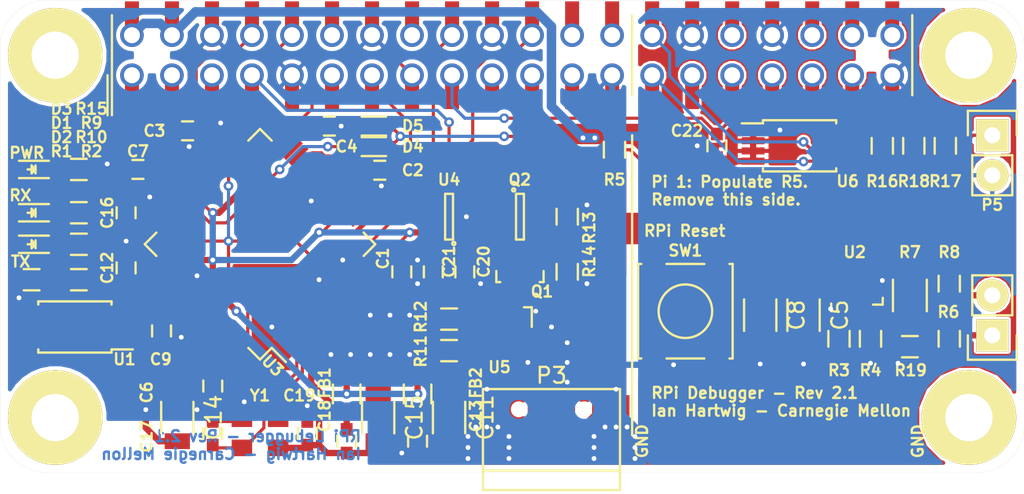
<source format=kicad_pcb>
(kicad_pcb (version 4) (host pcbnew 4.0.2-stable)
  (layers (0 F.Cu signal) (31 B.Cu signal) (34 B.Paste user) (35 F.Paste user) (36 B.SilkS user) (37 F.SilkS user) (38 B.Mask user) (39 F.Mask user) (44 Edge.Cuts user))
  (net 0 "")
  (net 1 +1V8)
  (net 2 GND)
  (net 3 +3V3)
  (net 4 /USB_VBUS)
  (net 5 "Net-(C11-Pad1)")
  (net 6 "Net-(C15-Pad1)")
  (net 7 /OSCI)
  (net 8 /OSCO)
  (net 9 /~RXLED)
  (net 10 /~TXLED)
  (net 11 "Net-(P1-Pad1)")
  (net 12 /RPI_3V3_1)
  (net 13 /RPI_VBUS)
  (net 14 /GPIO1_SDA1)
  (net 15 /GPIO3_SCL1)
  (net 16 /GPIO4_TDI)
  (net 17 /GPIO14_TXD0)
  (net 18 /GPIO15_RXD0)
  (net 19 /GPIO17)
  (net 20 /GPIO18)
  (net 21 /GPIO27_TMS)
  (net 22 /GPIO22_TRST)
  (net 23 /GPIO23_RTCK)
  (net 24 /RPI_3V3_2)
  (net 25 /GPIO24_TDO)
  (net 26 /GPIO10_MOSI)
  (net 27 /GPIO9_MISO)
  (net 28 /GPIO25_TCK)
  (net 29 /GPIO11_SCLK)
  (net 30 /GPIO8_CE0#)
  (net 31 /GPIO7_CE1#)
  (net 32 /GPIO0_ID_SD)
  (net 33 /GPIO1_ID_SC)
  (net 34 /GPIO5)
  (net 35 /GPIO6)
  (net 36 /GPIO12)
  (net 37 /GPIO13)
  (net 38 /GPIO19_MISO)
  (net 39 /GPIO16_CE2#)
  (net 40 /GPIO26)
  (net 41 /GPIO20_MOSI)
  (net 42 /GPIO21_SCLK)
  (net 43 /FT_EEDATA)
  (net 44 "Net-(R2-Pad2)")
  (net 45 /RPI_VBUS_EN)
  (net 46 /RPI_VBUS_R)
  (net 47 /FT_EECS)
  (net 48 /FT_EECLK)
  (net 49 "Net-(D1-Pad1)")
  (net 50 "Net-(D2-Pad1)")
  (net 51 /USB_VBUS_RVP)
  (net 52 "Net-(Q1-Pad1)")
  (net 53 "Net-(Q2-Pad5)")
  (net 54 /USB_D-)
  (net 55 /USB_D+)
  (net 56 /FT_USB_D-)
  (net 57 /FT_USB_D+)
  (net 58 "Net-(D3-Pad1)")
  (net 59 /~JTAG_SRST)
  (net 60 /~UART_DTR)
  (net 61 "Net-(P5-Pad1)")
  (net 62 "Net-(P1-Pad2)")
  (module Housings_QFP:TQFP-64_10x10mm_Pitch0.5mm (layer F.Cu) (at 136.5 105.5 135)
    (fp_text reference U3 (at -6.010408 -4.879037 135) (layer F.SilkS) (effects (font (size 0.7 0.7))))
    (fp_text value FT2232H)
    (pad 1 smd rect (at -5.7 -3.75 135) (size 1.5 0.3) (layers F.Cu F.Paste F.Mask) (net 2 GND))
    (pad 2 smd rect (at -5.7 -3.25 135) (size 1.5 0.3) (layers F.Cu F.Paste F.Mask) (net 7 /OSCI))
    (pad 3 smd rect (at -5.7 -2.75 135) (size 1.5 0.3) (layers F.Cu F.Paste F.Mask) (net 8 /OSCO))
    (pad 4 smd rect (at -5.7 -2.25 135) (size 1.5 0.3) (layers F.Cu F.Paste F.Mask) (net 6 "Net-(C15-Pad1)"))
    (pad 5 smd rect (at -5.7 -1.75 135) (size 1.5 0.3) (layers F.Cu F.Paste F.Mask) (net 2 GND))
    (pad 6 smd rect (at -5.7 -1.25 135) (size 1.5 0.3) (layers F.Cu F.Paste F.Mask))
    (pad 7 smd rect (at -5.7 -0.75 135) (size 1.5 0.3) (layers F.Cu F.Paste F.Mask) (net 56 /FT_USB_D-))
    (pad 8 smd rect (at -5.7 -0.25 135) (size 1.5 0.3) (layers F.Cu F.Paste F.Mask) (net 57 /FT_USB_D+))
    (pad 9 smd rect (at -5.7 0.25 135) (size 1.5 0.3) (layers F.Cu F.Paste F.Mask) (net 5 "Net-(C11-Pad1)"))
    (pad 10 smd rect (at -5.7 0.75 135) (size 1.5 0.3) (layers F.Cu F.Paste F.Mask) (net 2 GND))
    (pad 11 smd rect (at -5.7 1.25 135) (size 1.5 0.3) (layers F.Cu F.Paste F.Mask) (net 2 GND))
    (pad 12 smd rect (at -5.7 1.75 135) (size 1.5 0.3) (layers F.Cu F.Paste F.Mask) (net 1 +1V8))
    (pad 13 smd rect (at -5.7 2.25 135) (size 1.5 0.3) (layers F.Cu F.Paste F.Mask))
    (pad 14 smd rect (at -5.7 2.75 135) (size 1.5 0.3) (layers F.Cu F.Paste F.Mask) (net 3 +3V3))
    (pad 15 smd rect (at -5.7 3.25 135) (size 1.5 0.3) (layers F.Cu F.Paste F.Mask) (net 2 GND))
    (pad 16 smd rect (at -5.7 3.75 135) (size 1.5 0.3) (layers F.Cu F.Paste F.Mask) (net 28 /GPIO25_TCK))
    (pad 17 smd rect (at -3.75 5.7 225) (size 1.5 0.3) (layers F.Cu F.Paste F.Mask) (net 16 /GPIO4_TDI))
    (pad 18 smd rect (at -3.25 5.7 225) (size 1.5 0.3) (layers F.Cu F.Paste F.Mask) (net 25 /GPIO24_TDO))
    (pad 19 smd rect (at -2.75 5.7 225) (size 1.5 0.3) (layers F.Cu F.Paste F.Mask) (net 21 /GPIO27_TMS))
    (pad 20 smd rect (at -2.25 5.7 225) (size 1.5 0.3) (layers F.Cu F.Paste F.Mask) (net 3 +3V3))
    (pad 21 smd rect (at -1.75 5.7 225) (size 1.5 0.3) (layers F.Cu F.Paste F.Mask))
    (pad 22 smd rect (at -1.25 5.7 225) (size 1.5 0.3) (layers F.Cu F.Paste F.Mask))
    (pad 23 smd rect (at -0.75 5.7 225) (size 1.5 0.3) (layers F.Cu F.Paste F.Mask))
    (pad 24 smd rect (at -0.25 5.7 225) (size 1.5 0.3) (layers F.Cu F.Paste F.Mask))
    (pad 25 smd rect (at 0.25 5.7 225) (size 1.5 0.3) (layers F.Cu F.Paste F.Mask) (net 2 GND))
    (pad 26 smd rect (at 0.75 5.7 225) (size 1.5 0.3) (layers F.Cu F.Paste F.Mask))
    (pad 27 smd rect (at 1.25 5.7 225) (size 1.5 0.3) (layers F.Cu F.Paste F.Mask))
    (pad 28 smd rect (at 1.75 5.7 225) (size 1.5 0.3) (layers F.Cu F.Paste F.Mask) (net 59 /~JTAG_SRST))
    (pad 29 smd rect (at 2.25 5.7 225) (size 1.5 0.3) (layers F.Cu F.Paste F.Mask))
    (pad 30 smd rect (at 2.75 5.7 225) (size 1.5 0.3) (layers F.Cu F.Paste F.Mask))
    (pad 31 smd rect (at 3.25 5.7 225) (size 1.5 0.3) (layers F.Cu F.Paste F.Mask) (net 3 +3V3))
    (pad 32 smd rect (at 3.75 5.7 225) (size 1.5 0.3) (layers F.Cu F.Paste F.Mask) (net 22 /GPIO22_TRST))
    (pad 33 smd rect (at 5.7 3.75 135) (size 1.5 0.3) (layers F.Cu F.Paste F.Mask))
    (pad 34 smd rect (at 5.7 3.25 135) (size 1.5 0.3) (layers F.Cu F.Paste F.Mask))
    (pad 35 smd rect (at 5.7 2.75 135) (size 1.5 0.3) (layers F.Cu F.Paste F.Mask) (net 2 GND))
    (pad 36 smd rect (at 5.7 2.25 135) (size 1.5 0.3) (layers F.Cu F.Paste F.Mask))
    (pad 37 smd rect (at 5.7 1.75 135) (size 1.5 0.3) (layers F.Cu F.Paste F.Mask) (net 1 +1V8))
    (pad 38 smd rect (at 5.7 1.25 135) (size 1.5 0.3) (layers F.Cu F.Paste F.Mask) (net 18 /GPIO15_RXD0))
    (pad 39 smd rect (at 5.7 0.75 135) (size 1.5 0.3) (layers F.Cu F.Paste F.Mask) (net 17 /GPIO14_TXD0))
    (pad 40 smd rect (at 5.7 0.25 135) (size 1.5 0.3) (layers F.Cu F.Paste F.Mask))
    (pad 41 smd rect (at 5.7 -0.25 135) (size 1.5 0.3) (layers F.Cu F.Paste F.Mask))
    (pad 42 smd rect (at 5.7 -0.75 135) (size 1.5 0.3) (layers F.Cu F.Paste F.Mask) (net 3 +3V3))
    (pad 43 smd rect (at 5.7 -1.25 135) (size 1.5 0.3) (layers F.Cu F.Paste F.Mask) (net 60 /~UART_DTR))
    (pad 44 smd rect (at 5.7 -1.75 135) (size 1.5 0.3) (layers F.Cu F.Paste F.Mask))
    (pad 45 smd rect (at 5.7 -2.25 135) (size 1.5 0.3) (layers F.Cu F.Paste F.Mask))
    (pad 46 smd rect (at 5.7 -2.75 135) (size 1.5 0.3) (layers F.Cu F.Paste F.Mask))
    (pad 47 smd rect (at 5.7 -3.25 135) (size 1.5 0.3) (layers F.Cu F.Paste F.Mask) (net 2 GND))
    (pad 48 smd rect (at 5.7 -3.75 135) (size 1.5 0.3) (layers F.Cu F.Paste F.Mask))
    (pad 49 smd rect (at 3.75 -5.7 225) (size 1.5 0.3) (layers F.Cu F.Paste F.Mask) (net 1 +1V8))
    (pad 50 smd rect (at 3.25 -5.7 225) (size 1.5 0.3) (layers F.Cu F.Paste F.Mask) (net 3 +3V3))
    (pad 51 smd rect (at 2.75 -5.7 225) (size 1.5 0.3) (layers F.Cu F.Paste F.Mask) (net 2 GND))
    (pad 52 smd rect (at 2.25 -5.7 225) (size 1.5 0.3) (layers F.Cu F.Paste F.Mask))
    (pad 53 smd rect (at 1.75 -5.7 225) (size 1.5 0.3) (layers F.Cu F.Paste F.Mask))
    (pad 54 smd rect (at 1.25 -5.7 225) (size 1.5 0.3) (layers F.Cu F.Paste F.Mask) (net 9 /~RXLED))
    (pad 55 smd rect (at 0.75 -5.7 225) (size 1.5 0.3) (layers F.Cu F.Paste F.Mask) (net 10 /~TXLED))
    (pad 56 smd rect (at 0.25 -5.7 225) (size 1.5 0.3) (layers F.Cu F.Paste F.Mask) (net 3 +3V3))
    (pad 57 smd rect (at -0.25 -5.7 225) (size 1.5 0.3) (layers F.Cu F.Paste F.Mask))
    (pad 58 smd rect (at -0.75 -5.7 225) (size 1.5 0.3) (layers F.Cu F.Paste F.Mask))
    (pad 59 smd rect (at -1.25 -5.7 225) (size 1.5 0.3) (layers F.Cu F.Paste F.Mask))
    (pad 60 smd rect (at -1.75 -5.7 225) (size 1.5 0.3) (layers F.Cu F.Paste F.Mask))
    (pad 61 smd rect (at -2.25 -5.7 225) (size 1.5 0.3) (layers F.Cu F.Paste F.Mask) (net 43 /FT_EEDATA))
    (pad 62 smd rect (at -2.75 -5.7 225) (size 1.5 0.3) (layers F.Cu F.Paste F.Mask) (net 48 /FT_EECLK))
    (pad 63 smd rect (at -3.25 -5.7 225) (size 1.5 0.3) (layers F.Cu F.Paste F.Mask) (net 47 /FT_EECS))
    (pad 64 smd rect (at -3.75 -5.7 225) (size 1.5 0.3) (layers F.Cu F.Paste F.Mask) (net 1 +1V8))
  )
  (module debugger2-special:SOT-143_NXP (layer F.Cu) (at 151.75 111.25 180)
    (fp_text reference U5 (at 0.05 -2.05 180) (layer F.SilkS) (effects (font (size 0.7 0.7))))
    (fp_text value PRTR5V0U2X)
    (pad 1 smd rect (at -0.75 1 180) (size 0.9 0.6) (layers F.Cu F.Paste F.Mask) (net 2 GND))
    (pad 2 smd rect (at 0.95 1 180) (size 0.5 0.6) (layers F.Cu F.Paste F.Mask) (net 55 /USB_D+))
    (pad 3 smd rect (at 0.95 -1 180) (size 0.5 0.6) (layers F.Cu F.Paste F.Mask) (net 54 /USB_D-))
    (pad 4 smd rect (at -0.95 -1 180) (size 0.5 0.6) (layers F.Cu F.Paste F.Mask) (net 51 /USB_VBUS_RVP))
  )
  (module Housings_SSOP:TSSOP-8_4.4x3mm_Pitch0.65mm (layer F.Cu) (at 124.75 110.75 180)
    (fp_text reference U1 (at -3.15 -2.05 180) (layer F.SilkS) (effects (font (size 0.7 0.7))))
    (fp_text value 93LC56B)
    (pad 1 smd rect (at -2.95 -0.975 180) (size 1.45 0.45) (layers F.Cu F.Paste F.Mask) (net 47 /FT_EECS))
    (pad 2 smd rect (at -2.95 -0.325 180) (size 1.45 0.45) (layers F.Cu F.Paste F.Mask) (net 48 /FT_EECLK))
    (pad 3 smd rect (at -2.95 0.325 180) (size 1.45 0.45) (layers F.Cu F.Paste F.Mask) (net 43 /FT_EEDATA))
    (pad 4 smd rect (at -2.95 0.975 180) (size 1.45 0.45) (layers F.Cu F.Paste F.Mask) (net 44 "Net-(R2-Pad2)"))
    (pad 5 smd rect (at 2.95 0.975 180) (size 1.45 0.45) (layers F.Cu F.Paste F.Mask) (net 2 GND))
    (pad 6 smd rect (at 2.95 0.325 180) (size 1.45 0.45) (layers F.Cu F.Paste F.Mask))
    (pad 7 smd rect (at 2.95 -0.325 180) (size 1.45 0.45) (layers F.Cu F.Paste F.Mask))
    (pad 8 smd rect (at 2.95 -0.975 180) (size 1.45 0.45) (layers F.Cu F.Paste F.Mask) (net 3 +3V3))
  )
  (module debugger2-special:hole-no4 (layer F.Cu) (at 123.5 116.5)
    (fp_text reference H1 hide)
    (fp_text value hole-grounded-no4 hide)
    (pad 1 thru_hole circle (at 0 0) (size 6 6) (drill 3) (layers *.Cu *.Mask F.SilkS))
  )
  (module Resistors_SMD:R_0805 (layer F.Cu) (at 146.5 115 270)
    (fp_text reference FB2 (at -0.7 -3.7 270) (layer F.SilkS) (effects (font (size 0.7 0.7))))
    (fp_text value 600R/0.5A)
    (pad 1 smd rect (at -0.95 0 270) (size 0.7 1.3) (layers F.Cu F.Paste F.Mask) (net 3 +3V3))
    (pad 2 smd rect (at 0.95 0 270) (size 0.7 1.3) (layers F.Cu F.Paste F.Mask) (net 5 "Net-(C11-Pad1)"))
  )
  (module Resistors_SMD:R_0805 (layer F.Cu) (at 142 115 270)
    (fp_text reference FB1 (at -0.7 1.4 270) (layer F.SilkS) (effects (font (size 0.7 0.7))))
    (fp_text value 600R/0.5A)
    (pad 1 smd rect (at -0.95 0 270) (size 0.7 1.3) (layers F.Cu F.Paste F.Mask) (net 3 +3V3))
    (pad 2 smd rect (at 0.95 0 270) (size 0.7 1.3) (layers F.Cu F.Paste F.Mask) (net 6 "Net-(C15-Pad1)"))
  )
  (module Buttons_Switches_SMD:SW_SPST_EVPBF (layer F.Cu) (at 163.5 109.75 90)
    (fp_text reference SW1 (at 3.85 0 180) (layer F.SilkS) (effects (font (size 0.7 0.7))))
    (fp_text value SW_PUSH)
    (pad 1 smd rect (at 2.875 -2 90) (size 2.75 1) (layers F.Cu F.Paste F.Mask) (net 2 GND))
    (pad 1 smd rect (at -2.875 -2 90) (size 2.75 1) (layers F.Cu F.Paste F.Mask) (net 2 GND))
    (pad 2 smd rect (at -2.875 2 90) (size 2.75 1) (layers F.Cu F.Paste F.Mask) (net 45 /RPI_VBUS_EN))
    (pad 2 smd rect (at 2.875 2 90) (size 2.75 1) (layers F.Cu F.Paste F.Mask) (net 45 /RPI_VBUS_EN))
  )
  (module Resistors_SMD:R_0603 (layer F.Cu) (at 177.75 112 180)
    (fp_text reference R19 (at -0.05 -1.5 180) (layer F.SilkS) (effects (font (size 0.7 0.7))))
    (fp_text value 10k)
    (pad 1 smd rect (at -0.75 0 180) (size 0.5 0.9) (layers F.Cu F.Paste F.Mask) (net 46 /RPI_VBUS_R))
    (pad 2 smd rect (at 0.75 0 180) (size 0.5 0.9) (layers F.Cu F.Paste F.Mask) (net 2 GND))
  )
  (module Diodes_SMD:SOD-523 (layer F.Cu) (at 144.1 98 180)
    (fp_text reference D5 (at -2.1 0 180) (layer F.SilkS) (effects (font (size 0.7 0.7))))
    (fp_text value D_Small)
    (pad 2 smd rect (at -0.7 0 180) (size 0.6 0.7) (layers F.Cu F.Paste F.Mask) (net 45 /RPI_VBUS_EN))
    (pad 1 smd rect (at 0.7 0 180) (size 0.6 0.7) (layers F.Cu F.Paste F.Mask) (net 60 /~UART_DTR))
  )
  (module Diodes_SMD:SOD-523 (layer F.Cu) (at 144.1 99.3 180)
    (fp_text reference D4 (at -2.1 0 180) (layer F.SilkS) (effects (font (size 0.7 0.7))))
    (fp_text value D_Small)
    (pad 2 smd rect (at -0.7 0 180) (size 0.6 0.7) (layers F.Cu F.Paste F.Mask) (net 45 /RPI_VBUS_EN))
    (pad 1 smd rect (at 0.7 0 180) (size 0.6 0.7) (layers F.Cu F.Paste F.Mask) (net 59 /~JTAG_SRST))
  )
  (module Capacitors_SMD:C_0603 (layer F.Cu) (at 165.5 99.25 270)
    (fp_text reference C22 (at -0.95 1.9 360) (layer F.SilkS) (effects (font (size 0.7 0.7))))
    (fp_text value dnp-100n)
    (pad 1 smd rect (at -0.75 0 270) (size 0.8 0.75) (layers F.Cu F.Paste F.Mask) (net 24 /RPI_3V3_2))
    (pad 2 smd rect (at 0.75 0 270) (size 0.8 0.75) (layers F.Cu F.Paste F.Mask) (net 2 GND))
  )
  (module Resistors_SMD:R_0603 (layer F.Cu) (at 178 99.25 270)
    (fp_text reference R18 (at 2.25 0 360) (layer F.SilkS) (effects (font (size 0.7 0.7))))
    (fp_text value dnp-3.9k)
    (pad 1 smd rect (at -0.75 0 270) (size 0.5 0.9) (layers F.Cu F.Paste F.Mask) (net 24 /RPI_3V3_2))
    (pad 2 smd rect (at 0.75 0 270) (size 0.5 0.9) (layers F.Cu F.Paste F.Mask) (net 33 /GPIO1_ID_SC))
  )
  (module Resistors_SMD:R_0603 (layer F.Cu) (at 180 99.25 270)
    (fp_text reference R17 (at 2.25 0 360) (layer F.SilkS) (effects (font (size 0.7 0.7))))
    (fp_text value dnp-3.9k)
    (pad 1 smd rect (at -0.75 0 270) (size 0.5 0.9) (layers F.Cu F.Paste F.Mask) (net 24 /RPI_3V3_2))
    (pad 2 smd rect (at 0.75 0 270) (size 0.5 0.9) (layers F.Cu F.Paste F.Mask) (net 32 /GPIO0_ID_SD))
  )
  (module Resistors_SMD:R_0603 (layer F.Cu) (at 176 99.25 270)
    (fp_text reference R16 (at 2.25 0 360) (layer F.SilkS) (effects (font (size 0.7 0.7))))
    (fp_text value dnp-1k)
    (pad 1 smd rect (at -0.75 0 270) (size 0.5 0.9) (layers F.Cu F.Paste F.Mask) (net 24 /RPI_3V3_2))
    (pad 2 smd rect (at 0.75 0 270) (size 0.5 0.9) (layers F.Cu F.Paste F.Mask) (net 61 "Net-(P5-Pad1)"))
  )
  (module Pin_Headers:Pin_Header_Straight_1x02 (layer F.Cu) (at 182.98 98.58)
    (fp_text reference P5 (at 0 4.42) (layer F.SilkS) (effects (font (size 0.7 0.7))))
    (fp_text value dnp-CONN_01X02)
    (pad 1 thru_hole rect (at 0 0) (size 2.032 2.032) (drill 1.016) (layers *.Cu *.Mask F.SilkS) (net 61 "Net-(P5-Pad1)"))
    (pad 2 thru_hole oval (at 0 2.54) (size 2.032 2.032) (drill 1.016) (layers *.Cu *.Mask F.SilkS) (net 2 GND))
  )
  (module TO_SOT_Packages_SMD:SOT-23-5 (layer F.Cu) (at 148.5 103.75 180)
    (fp_text reference U4 (at 0 2.35 180) (layer F.SilkS) (effects (font (size 0.7 0.7))))
    (fp_text value AP7365_SOT-23-5)
    (pad 1 smd rect (at -1.1 -0.95 180) (size 1.06 0.65) (layers F.Cu F.Paste F.Mask) (net 4 /USB_VBUS))
    (pad 2 smd rect (at -1.1 0 180) (size 1.06 0.65) (layers F.Cu F.Paste F.Mask) (net 2 GND))
    (pad 3 smd rect (at -1.1 0.95 180) (size 1.06 0.65) (layers F.Cu F.Paste F.Mask) (net 4 /USB_VBUS))
    (pad 4 smd rect (at 1.1 0.95 180) (size 1.06 0.65) (layers F.Cu F.Paste F.Mask))
    (pad 5 smd rect (at 1.1 -0.95 180) (size 1.06 0.65) (layers F.Cu F.Paste F.Mask) (net 3 +3V3))
  )
  (module Capacitors_SMD:C_0603 (layer F.Cu) (at 147.5 107.25 270)
    (fp_text reference C21 (at -0.65 -1 270) (layer F.SilkS) (effects (font (size 0.7 0.7))))
    (fp_text value 1uF)
    (pad 1 smd rect (at -0.75 0 270) (size 0.8 0.75) (layers F.Cu F.Paste F.Mask) (net 3 +3V3))
    (pad 2 smd rect (at 0.75 0 270) (size 0.8 0.75) (layers F.Cu F.Paste F.Mask) (net 2 GND))
  )
  (module Capacitors_SMD:C_0603 (layer F.Cu) (at 149.5 107.25 270)
    (fp_text reference C20 (at -0.65 -1.2 270) (layer F.SilkS) (effects (font (size 0.7 0.7))))
    (fp_text value 1uF)
    (pad 1 smd rect (at -0.75 0 270) (size 0.8 0.75) (layers F.Cu F.Paste F.Mask) (net 4 /USB_VBUS))
    (pad 2 smd rect (at 0.75 0 270) (size 0.8 0.75) (layers F.Cu F.Paste F.Mask) (net 2 GND))
  )
  (module Resistors_SMD:R_0603 (layer F.Cu) (at 125 100.75)
    (fp_text reference R15 (at 0.8 -3.85) (layer F.SilkS) (effects (font (size 0.7 0.7))))
    (fp_text value 220)
    (pad 1 smd rect (at -0.75 0) (size 0.5 0.9) (layers F.Cu F.Paste F.Mask) (net 58 "Net-(D3-Pad1)"))
    (pad 2 smd rect (at 0.75 0) (size 0.5 0.9) (layers F.Cu F.Paste F.Mask) (net 2 GND))
  )
  (module LEDs:LED-0603 (layer F.Cu) (at 122 100.75 180)
    (fp_text reference D3 (at -1.9 3.85 180) (layer F.SilkS) (effects (font (size 0.7 0.7))))
    (fp_text value PWRLED)
    (pad 2 smd rect (at 0.7493 0) (size 0.79756 0.79756) (layers F.Cu F.Paste F.Mask) (net 3 +3V3))
    (pad 1 smd rect (at -0.7493 0) (size 0.79756 0.79756) (layers F.Cu F.Paste F.Mask) (net 58 "Net-(D3-Pad1)"))
  )
  (module Resistors_SMD:R_0603 (layer F.Cu) (at 156 107.25 270)
    (fp_text reference R14 (at -0.65 -1.4 270) (layer F.SilkS) (effects (font (size 0.7 0.7))))
    (fp_text value 47k)
    (pad 1 smd rect (at -0.75 0 270) (size 0.5 0.9) (layers F.Cu F.Paste F.Mask) (net 52 "Net-(Q1-Pad1)"))
    (pad 2 smd rect (at 0.75 0 270) (size 0.5 0.9) (layers F.Cu F.Paste F.Mask) (net 2 GND))
  )
  (module Resistors_SMD:R_0603 (layer F.Cu) (at 156 103.75 90)
    (fp_text reference R13 (at -0.7 1.4 90) (layer F.SilkS) (effects (font (size 0.7 0.7))))
    (fp_text value 10k)
    (pad 1 smd rect (at -0.75 0 90) (size 0.5 0.9) (layers F.Cu F.Paste F.Mask) (net 53 "Net-(Q2-Pad5)"))
    (pad 2 smd rect (at 0.75 0 90) (size 0.5 0.9) (layers F.Cu F.Paste F.Mask) (net 2 GND))
  )
  (module TO_SOT_Packages_SMD:SOT-23-6 (layer F.Cu) (at 153 103.75)
    (fp_text reference Q2 (at -0.01 -2.35) (layer F.SilkS) (effects (font (size 0.7 0.7))))
    (fp_text value DMMT3906_Dual_PNP)
    (pad 1 smd rect (at -1.1 -0.95) (size 1.06 0.65) (layers F.Cu F.Paste F.Mask) (net 51 /USB_VBUS_RVP))
    (pad 2 smd rect (at -1.1 0) (size 1.06 0.65) (layers F.Cu F.Paste F.Mask))
    (pad 3 smd rect (at -1.1 0.95) (size 1.06 0.65) (layers F.Cu F.Paste F.Mask) (net 4 /USB_VBUS))
    (pad 4 smd rect (at 1.1 0.95) (size 1.06 0.65) (layers F.Cu F.Paste F.Mask) (net 52 "Net-(Q1-Pad1)"))
    (pad 6 smd rect (at 1.1 -0.95) (size 1.06 0.65) (layers F.Cu F.Paste F.Mask) (net 53 "Net-(Q2-Pad5)"))
    (pad 5 smd rect (at 1.1 0) (size 1.06 0.65) (layers F.Cu F.Paste F.Mask) (net 53 "Net-(Q2-Pad5)"))
  )
  (module TO_SOT_Packages_SMD:SOT-23 (layer F.Cu) (at 153 107.25 180)
    (fp_text reference Q1 (at -1.4 -1.25 180) (layer F.SilkS) (effects (font (size 0.7 0.7))))
    (fp_text value Q_PMOS_GSD)
    (pad 1 smd rect (at -0.95 1.00076 180) (size 0.8001 0.8001) (layers F.Cu F.Paste F.Mask) (net 52 "Net-(Q1-Pad1)"))
    (pad 2 smd rect (at 0.95 1.00076 180) (size 0.8001 0.8001) (layers F.Cu F.Paste F.Mask) (net 4 /USB_VBUS))
    (pad 3 smd rect (at 0 -0.99822 180) (size 0.8001 0.8001) (layers F.Cu F.Paste F.Mask) (net 51 /USB_VBUS_RVP))
  )
  (module debugger2-special:Crystal_Grounded_3.2x2.5 (layer F.Cu) (at 136.5 117.5)
    (fp_text reference Y1 (at 0 -2.4) (layer F.SilkS) (effects (font (size 0.7 0.7))))
    (fp_text value 12MHz)
    (pad 1 smd rect (at -1.15 0.925) (size 1.3 1.05) (layers F.Cu F.Paste F.Mask) (net 7 /OSCI))
    (pad 3 smd rect (at 1.15 0.925) (size 1.3 1.05) (layers F.Cu F.Paste F.Mask) (net 2 GND))
    (pad 2 smd rect (at 1.15 -0.925) (size 1.3 1.05) (layers F.Cu F.Paste F.Mask) (net 8 /OSCO))
    (pad 3 smd rect (at -1.15 -0.925) (size 1.3 1.05) (layers F.Cu F.Paste F.Mask) (net 2 GND))
  )
  (module TO_SOT_Packages_SMD:SC-70-6 (layer F.Cu) (at 174.25 108 90)
    (fp_text reference U2 (at 2 0 180) (layer F.SilkS) (effects (font (size 0.7 0.7))))
    (fp_text value MIC9409x_SC-70)
    (pad 1 smd rect (at -0.65024 0.94996 90) (size 0.39878 0.7493) (layers F.Cu F.Paste F.Mask) (net 46 /RPI_VBUS_R))
    (pad 2 smd rect (at 0 0.94996 90) (size 0.39878 0.7493) (layers F.Cu F.Paste F.Mask) (net 2 GND))
    (pad 3 smd rect (at 0.65024 0.94996 90) (size 0.39878 0.7493) (layers F.Cu F.Paste F.Mask))
    (pad 4 smd rect (at 0.65024 -0.94996 90) (size 0.39878 0.7493) (layers F.Cu F.Paste F.Mask) (net 4 /USB_VBUS))
    (pad 5 smd rect (at 0 -0.94996 90) (size 0.39878 0.7493) (layers F.Cu F.Paste F.Mask) (net 2 GND))
    (pad 6 smd rect (at -0.65024 -0.94996 90) (size 0.39878 0.7493) (layers F.Cu F.Paste F.Mask) (net 45 /RPI_VBUS_EN))
  )
  (module Resistors_SMD:R_0603 (layer F.Cu) (at 148.5 112.25)
    (fp_text reference R11 (at -1.8 0.05 90) (layer F.SilkS) (effects (font (size 0.7 0.7))))
    (fp_text value 10)
    (pad 1 smd rect (at -0.75 0) (size 0.5 0.9) (layers F.Cu F.Paste F.Mask) (net 56 /FT_USB_D-))
    (pad 2 smd rect (at 0.75 0) (size 0.5 0.9) (layers F.Cu F.Paste F.Mask) (net 54 /USB_D-))
  )
  (module Resistors_SMD:R_0603 (layer F.Cu) (at 125 105.5)
    (fp_text reference R10 (at 0.8 -6.8) (layer F.SilkS) (effects (font (size 0.7 0.7))))
    (fp_text value 220)
    (pad 1 smd rect (at -0.75 0) (size 0.5 0.9) (layers F.Cu F.Paste F.Mask) (net 50 "Net-(D2-Pad1)"))
    (pad 2 smd rect (at 0.75 0) (size 0.5 0.9) (layers F.Cu F.Paste F.Mask) (net 10 /~TXLED))
  )
  (module Resistors_SMD:R_0603 (layer F.Cu) (at 125 103.5)
    (fp_text reference R9 (at 0.8 -5.7) (layer F.SilkS) (effects (font (size 0.7 0.7))))
    (fp_text value 220)
    (pad 1 smd rect (at -0.75 0) (size 0.5 0.9) (layers F.Cu F.Paste F.Mask) (net 49 "Net-(D1-Pad1)"))
    (pad 2 smd rect (at 0.75 0) (size 0.5 0.9) (layers F.Cu F.Paste F.Mask) (net 9 /~RXLED))
  )
  (module Resistors_SMD:R_0603 (layer F.Cu) (at 180.25 108 270)
    (fp_text reference R8 (at -2 0 360) (layer F.SilkS) (effects (font (size 0.7 0.7))))
    (fp_text value 10k)
    (pad 1 smd rect (at -0.75 0 270) (size 0.5 0.9) (layers F.Cu F.Paste F.Mask) (net 13 /RPI_VBUS))
    (pad 2 smd rect (at 0.75 0 270) (size 0.5 0.9) (layers F.Cu F.Paste F.Mask) (net 62 "Net-(P1-Pad2)"))
  )
  (module Resistors_SMD:R_1206 (layer F.Cu) (at 177.75 108.75 270)
    (fp_text reference R7 (at -2.75 0 360) (layer F.SilkS) (effects (font (size 0.7 0.7))))
    (fp_text value 0.05)
    (pad 1 smd rect (at -1.45 0 270) (size 0.9 1.7) (layers F.Cu F.Paste F.Mask) (net 13 /RPI_VBUS))
    (pad 2 smd rect (at 1.45 0 270) (size 0.9 1.7) (layers F.Cu F.Paste F.Mask) (net 46 /RPI_VBUS_R))
  )
  (module Resistors_SMD:R_0603 (layer F.Cu) (at 180.25 111.5 270)
    (fp_text reference R6 (at -1.7 0.05 360) (layer F.SilkS) (effects (font (size 0.7 0.7))))
    (fp_text value 10k)
    (pad 1 smd rect (at -0.75 0 270) (size 0.5 0.9) (layers F.Cu F.Paste F.Mask) (net 46 /RPI_VBUS_R))
    (pad 2 smd rect (at 0.75 0 270) (size 0.5 0.9) (layers F.Cu F.Paste F.Mask) (net 11 "Net-(P1-Pad1)"))
  )
  (module Resistors_SMD:R_0603 (layer F.Cu) (at 159 99.5 270)
    (fp_text reference R5 (at 1.9 0 360) (layer F.SilkS) (effects (font (size 0.7 0.7))))
    (fp_text value dnp-0)
    (pad 1 smd rect (at -0.75 0 270) (size 0.5 0.9) (layers F.Cu F.Paste F.Mask) (net 13 /RPI_VBUS))
    (pad 2 smd rect (at 0.75 0 270) (size 0.5 0.9) (layers F.Cu F.Paste F.Mask) (net 4 /USB_VBUS))
  )
  (module Resistors_SMD:R_0603 (layer F.Cu) (at 175.25 111.5 270)
    (fp_text reference R4 (at 2 0 360) (layer F.SilkS) (effects (font (size 0.7 0.7))))
    (fp_text value 33k)
    (pad 1 smd rect (at -0.75 0 270) (size 0.5 0.9) (layers F.Cu F.Paste F.Mask) (net 45 /RPI_VBUS_EN))
    (pad 2 smd rect (at 0.75 0 270) (size 0.5 0.9) (layers F.Cu F.Paste F.Mask) (net 2 GND))
  )
  (module Resistors_SMD:R_0603 (layer F.Cu) (at 173.25 111.5 90)
    (fp_text reference R3 (at -2 0 180) (layer F.SilkS) (effects (font (size 0.7 0.7))))
    (fp_text value 20k)
    (pad 1 smd rect (at -0.75 0 90) (size 0.5 0.9) (layers F.Cu F.Paste F.Mask) (net 4 /USB_VBUS))
    (pad 2 smd rect (at 0.75 0 90) (size 0.5 0.9) (layers F.Cu F.Paste F.Mask) (net 45 /RPI_VBUS_EN))
  )
  (module Resistors_SMD:R_0603 (layer F.Cu) (at 125 107.75)
    (fp_text reference R2 (at 0.8 -8.15) (layer F.SilkS) (effects (font (size 0.7 0.7))))
    (fp_text value 2k)
    (pad 1 smd rect (at -0.75 0) (size 0.5 0.9) (layers F.Cu F.Paste F.Mask) (net 43 /FT_EEDATA))
    (pad 2 smd rect (at 0.75 0) (size 0.5 0.9) (layers F.Cu F.Paste F.Mask) (net 44 "Net-(R2-Pad2)"))
  )
  (module Resistors_SMD:R_0603 (layer F.Cu) (at 122 107.75)
    (fp_text reference R1 (at 1.9 -8.15) (layer F.SilkS) (effects (font (size 0.7 0.7))))
    (fp_text value 10k)
    (pad 1 smd rect (at -0.75 0) (size 0.5 0.9) (layers F.Cu F.Paste F.Mask) (net 3 +3V3))
    (pad 2 smd rect (at 0.75 0) (size 0.5 0.9) (layers F.Cu F.Paste F.Mask) (net 43 /FT_EEDATA))
  )
  (module debugger2-special:hole-no4 (layer F.Cu) (at 123.5 93.5)
    (fp_text reference H4 hide)
    (fp_text value hole-grounded-no4 hide)
    (pad 1 thru_hole circle (at 0 0) (size 6 6) (drill 3) (layers *.Cu *.Mask F.SilkS))
  )
  (module debugger2-special:hole-no4 (layer F.Cu) (at 181.5 93.5)
    (fp_text reference H3 hide)
    (fp_text value hole-grounded-no4 hide)
    (pad 1 thru_hole circle (at 0 0) (size 6 6) (drill 3) (layers *.Cu *.Mask F.SilkS))
  )
  (module debugger2-special:hole-no4 (layer F.Cu) (at 181.5 116.5)
    (fp_text reference H2 hide)
    (fp_text value hole-grounded-no4 hide)
    (pad 1 thru_hole circle (at 0 0) (size 6 6) (drill 3) (layers *.Cu *.Mask F.SilkS))
  )
  (module LEDs:LED-0603 (layer F.Cu) (at 122 105.5 180)
    (fp_text reference D2 (at -1.9 6.8 180) (layer F.SilkS) (effects (font (size 0.7 0.7))))
    (fp_text value TXLED)
    (pad 2 smd rect (at 0.7493 0) (size 0.79756 0.79756) (layers F.Cu F.Paste F.Mask) (net 3 +3V3))
    (pad 1 smd rect (at -0.7493 0) (size 0.79756 0.79756) (layers F.Cu F.Paste F.Mask) (net 50 "Net-(D2-Pad1)"))
  )
  (module LEDs:LED-0603 (layer F.Cu) (at 122 103.5 180)
    (fp_text reference D1 (at -1.9 5.7 180) (layer F.SilkS) (effects (font (size 0.7 0.7))))
    (fp_text value RXLED)
    (pad 2 smd rect (at 0.7493 0) (size 0.79756 0.79756) (layers F.Cu F.Paste F.Mask) (net 3 +3V3))
    (pad 1 smd rect (at -0.7493 0) (size 0.79756 0.79756) (layers F.Cu F.Paste F.Mask) (net 49 "Net-(D1-Pad1)"))
  )
  (module Capacitors_SMD:C_0603 (layer F.Cu) (at 139.5 117.5 270)
    (fp_text reference C19 (at -2.4 0.5 360) (layer F.SilkS) (effects (font (size 0.7 0.7))))
    (fp_text value 18pF)
    (pad 1 smd rect (at -0.75 0 270) (size 0.8 0.75) (layers F.Cu F.Paste F.Mask) (net 8 /OSCO))
    (pad 2 smd rect (at 0.75 0 270) (size 0.8 0.75) (layers F.Cu F.Paste F.Mask) (net 2 GND))
  )
  (module Capacitors_SMD:C_0603 (layer F.Cu) (at 142 118 270)
    (fp_text reference C18 (at -1.6 1.4 270) (layer F.SilkS) (effects (font (size 0.7 0.7))))
    (fp_text value 100n)
    (pad 1 smd rect (at -0.75 0 270) (size 0.8 0.75) (layers F.Cu F.Paste F.Mask) (net 6 "Net-(C15-Pad1)"))
    (pad 2 smd rect (at 0.75 0 270) (size 0.8 0.75) (layers F.Cu F.Paste F.Mask) (net 2 GND))
  )
  (module Capacitors_SMD:C_0603 (layer F.Cu) (at 133.5 117.5 90)
    (fp_text reference C17 (at -0.2 -4.2 90) (layer F.SilkS) (effects (font (size 0.7 0.7))))
    (fp_text value 18pF)
    (pad 1 smd rect (at -0.75 0 90) (size 0.8 0.75) (layers F.Cu F.Paste F.Mask) (net 7 /OSCI))
    (pad 2 smd rect (at 0.75 0 90) (size 0.8 0.75) (layers F.Cu F.Paste F.Mask) (net 2 GND))
  )
  (module Capacitors_SMD:C_0603 (layer F.Cu) (at 128 103.5 90)
    (fp_text reference C16 (at 0 -1.2 90) (layer F.SilkS) (effects (font (size 0.7 0.7))))
    (fp_text value 100n)
    (pad 1 smd rect (at -0.75 0 90) (size 0.8 0.75) (layers F.Cu F.Paste F.Mask) (net 1 +1V8))
    (pad 2 smd rect (at 0.75 0 90) (size 0.8 0.75) (layers F.Cu F.Paste F.Mask) (net 2 GND))
  )
  (module Capacitors_SMD:C_0603 (layer F.Cu) (at 146.5 118 270)
    (fp_text reference C13 (at -1.6 -3.7 270) (layer F.SilkS) (effects (font (size 0.7 0.7))))
    (fp_text value 100n)
    (pad 1 smd rect (at -0.75 0 270) (size 0.8 0.75) (layers F.Cu F.Paste F.Mask) (net 5 "Net-(C11-Pad1)"))
    (pad 2 smd rect (at 0.75 0 270) (size 0.8 0.75) (layers F.Cu F.Paste F.Mask) (net 2 GND))
  )
  (module Capacitors_SMD:C_0603 (layer F.Cu) (at 128 107 90)
    (fp_text reference C12 (at 0 -1.2 90) (layer F.SilkS) (effects (font (size 0.7 0.7))))
    (fp_text value 100n)
    (pad 1 smd rect (at -0.75 0 90) (size 0.8 0.75) (layers F.Cu F.Paste F.Mask) (net 3 +3V3))
    (pad 2 smd rect (at 0.75 0 90) (size 0.8 0.75) (layers F.Cu F.Paste F.Mask) (net 2 GND))
  )
  (module Capacitors_SMD:C_0603 (layer F.Cu) (at 130.25 111 270)
    (fp_text reference C9 (at 1.8 0.05 360) (layer F.SilkS) (effects (font (size 0.7 0.7))))
    (fp_text value 100n)
    (pad 1 smd rect (at -0.75 0 270) (size 0.8 0.75) (layers F.Cu F.Paste F.Mask) (net 3 +3V3))
    (pad 2 smd rect (at 0.75 0 270) (size 0.8 0.75) (layers F.Cu F.Paste F.Mask) (net 2 GND))
  )
  (module Capacitors_SMD:C_0603 (layer F.Cu) (at 128.75 100.75)
    (fp_text reference C7 (at 0 -1.15) (layer F.SilkS) (effects (font (size 0.7 0.7))))
    (fp_text value 100n)
    (pad 1 smd rect (at -0.75 0) (size 0.8 0.75) (layers F.Cu F.Paste F.Mask) (net 3 +3V3))
    (pad 2 smd rect (at 0.75 0) (size 0.8 0.75) (layers F.Cu F.Paste F.Mask) (net 2 GND))
  )
  (module Capacitors_SMD:C_0603 (layer F.Cu) (at 133.5 114.5 270)
    (fp_text reference C6 (at 0.4 4.2 270) (layer F.SilkS) (effects (font (size 0.7 0.7))))
    (fp_text value 100n)
    (pad 1 smd rect (at -0.75 0 270) (size 0.8 0.75) (layers F.Cu F.Paste F.Mask) (net 1 +1V8))
    (pad 2 smd rect (at 0.75 0 270) (size 0.8 0.75) (layers F.Cu F.Paste F.Mask) (net 2 GND))
  )
  (module Capacitors_SMD:C_0603 (layer F.Cu) (at 140.9 98)
    (fp_text reference C4 (at 1.1 1.3) (layer F.SilkS) (effects (font (size 0.7 0.7))))
    (fp_text value 100n)
    (pad 1 smd rect (at -0.75 0) (size 0.8 0.75) (layers F.Cu F.Paste F.Mask) (net 3 +3V3))
    (pad 2 smd rect (at 0.75 0) (size 0.8 0.75) (layers F.Cu F.Paste F.Mask) (net 2 GND))
  )
  (module Capacitors_SMD:C_0603 (layer F.Cu) (at 131.9 98.3 180)
    (fp_text reference C3 (at 2.1 0 180) (layer F.SilkS) (effects (font (size 0.7 0.7))))
    (fp_text value 100n)
    (pad 1 smd rect (at -0.75 0 180) (size 0.8 0.75) (layers F.Cu F.Paste F.Mask) (net 1 +1V8))
    (pad 2 smd rect (at 0.75 0 180) (size 0.8 0.75) (layers F.Cu F.Paste F.Mask) (net 2 GND))
  )
  (module Capacitors_SMD:C_0603 (layer F.Cu) (at 144.1 100.8)
    (fp_text reference C2 (at 2.1 0) (layer F.SilkS) (effects (font (size 0.7 0.7))))
    (fp_text value 100n)
    (pad 1 smd rect (at -0.75 0) (size 0.8 0.75) (layers F.Cu F.Paste F.Mask) (net 3 +3V3))
    (pad 2 smd rect (at 0.75 0) (size 0.8 0.75) (layers F.Cu F.Paste F.Mask) (net 2 GND))
  )
  (module Capacitors_SMD:C_0603 (layer F.Cu) (at 145.5 107.25 90)
    (fp_text reference C1 (at 0.85 -1.2 90) (layer F.SilkS) (effects (font (size 0.7 0.7))))
    (fp_text value 100n)
    (pad 1 smd rect (at -0.75 0 90) (size 0.8 0.75) (layers F.Cu F.Paste F.Mask) (net 1 +1V8))
    (pad 2 smd rect (at 0.75 0 90) (size 0.8 0.75) (layers F.Cu F.Paste F.Mask) (net 2 GND))
  )
  (module Resistors_SMD:R_0603 (layer F.Cu) (at 148.5 110.25)
    (fp_text reference R12 (at -1.8 -0.15 90) (layer F.SilkS) (effects (font (size 0.7 0.7))))
    (fp_text value 10)
    (pad 1 smd rect (at -0.75 0) (size 0.5 0.9) (layers F.Cu F.Paste F.Mask) (net 57 /FT_USB_D+))
    (pad 2 smd rect (at 0.75 0) (size 0.5 0.9) (layers F.Cu F.Paste F.Mask) (net 55 /USB_D+))
  )
  (module Housings_SSOP:TSSOP-8_4.4x3mm_Pitch0.65mm (layer F.Cu) (at 170.75 99.25)
    (fp_text reference U6 (at 3.05 2.25) (layer F.SilkS) (effects (font (size 0.7 0.7))))
    (fp_text value dnp-AT24CS32-SSHM)
    (pad 1 smd rect (at -2.95 -0.975) (size 1.45 0.45) (layers F.Cu F.Paste F.Mask) (net 2 GND))
    (pad 2 smd rect (at -2.95 -0.325) (size 1.45 0.45) (layers F.Cu F.Paste F.Mask) (net 2 GND))
    (pad 3 smd rect (at -2.95 0.325) (size 1.45 0.45) (layers F.Cu F.Paste F.Mask) (net 2 GND))
    (pad 4 smd rect (at -2.95 0.975) (size 1.45 0.45) (layers F.Cu F.Paste F.Mask) (net 2 GND))
    (pad 5 smd rect (at 2.95 0.975) (size 1.45 0.45) (layers F.Cu F.Paste F.Mask) (net 32 /GPIO0_ID_SD))
    (pad 6 smd rect (at 2.95 0.325) (size 1.45 0.45) (layers F.Cu F.Paste F.Mask) (net 33 /GPIO1_ID_SC))
    (pad 7 smd rect (at 2.95 -0.325) (size 1.45 0.45) (layers F.Cu F.Paste F.Mask) (net 61 "Net-(P5-Pad1)"))
    (pad 8 smd rect (at 2.95 -0.975) (size 1.45 0.45) (layers F.Cu F.Paste F.Mask) (net 24 /RPI_3V3_2))
  )
  (module debugger2-special:USB_Micro-B_SMT (layer F.Cu) (at 155 117.277151)
    (fp_text reference P3 (at 0 -3.45) (layer F.SilkS))
    (fp_text value USB_OTG)
    (pad 1 smd rect (at -1.3009 -1.56254 90) (size 1.35 0.4) (layers F.Cu F.Paste F.Mask) (net 51 /USB_VBUS_RVP))
    (pad 2 smd rect (at -0.6509 -1.56254 90) (size 1.35 0.4) (layers F.Cu F.Paste F.Mask) (net 54 /USB_D-))
    (pad 3 smd rect (at -0.0009 -1.56254 90) (size 1.35 0.4) (layers F.Cu F.Paste F.Mask) (net 55 /USB_D+))
    (pad 4 smd rect (at 0.6491 -1.56254 90) (size 1.35 0.4) (layers F.Cu F.Paste F.Mask))
    (pad 5 smd rect (at 1.2991 -1.56254 90) (size 1.35 0.4) (layers F.Cu F.Paste F.Mask) (net 2 GND))
    (pad 6 smd rect (at -4.05 1.15) (size 1.8 1.9) (layers F.Cu F.Paste F.Mask) (net 2 GND))
    (pad 6 smd rect (at -1.2 1.15) (size 1.8 1.9) (layers F.Cu F.Paste F.Mask) (net 2 GND))
    (pad 6 smd rect (at 1.2 1.15) (size 1.8 1.9) (layers F.Cu F.Paste F.Mask) (net 2 GND))
    (pad 6 smd rect (at 4.05 1.15) (size 1.8 1.9) (layers F.Cu F.Paste F.Mask) (net 2 GND))
    (pad "" np_thru_hole circle (at 2.075 -1.3) (size 0.7 0.7) (drill 0.7) (layers *.Cu *.Mask F.SilkS))
    (pad "" np_thru_hole circle (at -2.075 -1.3 90) (size 0.7 0.7) (drill 0.7) (layers *.Cu *.Mask F.SilkS))
    (pad 6 smd rect (at 4.05 -1.4) (size 1.8 1.6) (layers F.Cu F.Paste F.Mask) (net 2 GND))
    (pad 6 smd rect (at -4.05 -1.4) (size 1.8 1.6) (layers F.Cu F.Paste F.Mask) (net 2 GND))
  )
  (module Capacitors_SMD:C_1206 (layer F.Cu) (at 171 110 270)
    (fp_text reference C5 (at 0 -2.3 270) (layer F.SilkS))
    (fp_text value 4.7u)
    (pad 1 smd rect (at -1.5 0 270) (size 1 1.6) (layers F.Cu F.Paste F.Mask) (net 4 /USB_VBUS))
    (pad 2 smd rect (at 1.5 0 270) (size 1 1.6) (layers F.Cu F.Paste F.Mask) (net 2 GND))
  )
  (module Capacitors_SMD:C_1206 (layer F.Cu) (at 168.25 110 270)
    (fp_text reference C8 (at 0 -2.3 270) (layer F.SilkS))
    (fp_text value 4.7u)
    (pad 1 smd rect (at -1.5 0 270) (size 1 1.6) (layers F.Cu F.Paste F.Mask) (net 4 /USB_VBUS))
    (pad 2 smd rect (at 1.5 0 270) (size 1 1.6) (layers F.Cu F.Paste F.Mask) (net 2 GND))
  )
  (module Capacitors_SMD:C_1206 (layer F.Cu) (at 148.5 116.5 270)
    (fp_text reference C11 (at 0 -2.3 270) (layer F.SilkS))
    (fp_text value 4.7u)
    (pad 1 smd rect (at -1.5 0 270) (size 1 1.6) (layers F.Cu F.Paste F.Mask) (net 5 "Net-(C11-Pad1)"))
    (pad 2 smd rect (at 1.5 0 270) (size 1 1.6) (layers F.Cu F.Paste F.Mask) (net 2 GND))
  )
  (module Capacitors_SMD:C_1206 (layer F.Cu) (at 131.25 116.5 270)
    (fp_text reference C14 (at 0 -2.3 270) (layer F.SilkS))
    (fp_text value 4.7u)
    (pad 1 smd rect (at -1.5 0 270) (size 1 1.6) (layers F.Cu F.Paste F.Mask) (net 1 +1V8))
    (pad 2 smd rect (at 1.5 0 270) (size 1 1.6) (layers F.Cu F.Paste F.Mask) (net 2 GND))
  )
  (module Capacitors_SMD:C_1206 (layer F.Cu) (at 144 116.5 270)
    (fp_text reference C15 (at 0 -2.3 270) (layer F.SilkS))
    (fp_text value 4.7u)
    (pad 1 smd rect (at -1.5 0 270) (size 1 1.6) (layers F.Cu F.Paste F.Mask) (net 6 "Net-(C15-Pad1)"))
    (pad 2 smd rect (at 1.5 0 270) (size 1 1.6) (layers F.Cu F.Paste F.Mask) (net 2 GND))
  )
  (module Pin_Headers:Pin_Header_Straight_1x02 (layer F.Cu) (at 182.98 111.28 180)
    (fp_text reference P1 (at 0 -5.1 180) (layer F.SilkS))
    (fp_text value CONN_01X02)
    (pad 1 thru_hole rect (at 0 0 180) (size 2.032 2.032) (drill 1.016) (layers *.Cu *.Mask F.SilkS) (net 11 "Net-(P1-Pad1)"))
    (pad 2 thru_hole oval (at 0 2.54 180) (size 2.032 2.032) (drill 1.016) (layers *.Cu *.Mask F.SilkS) (net 62 "Net-(P1-Pad2)"))
  )
  (module debugger2-special:Pin_Header_Straight_TH-SMT-NoPaste_2x20 (layer F.Cu) (at 128.37 94.77 90)
    (fp_text reference P4 (at 0 -5.1 90) (layer F.SilkS))
    (fp_text value dnp-REF-182665-01)
    (pad 1 smd rect (at -1.31 0 90) (size 1.68 0.889) (layers F.Cu F.Mask) (net 12 /RPI_3V3_1))
    (pad 2 smd rect (at 3.85 0 90) (size 1.68 0.889) (layers F.Cu F.Mask) (net 13 /RPI_VBUS))
    (pad 3 smd rect (at -1.31 2.54 90) (size 1.68 0.889) (layers F.Cu F.Mask) (net 14 /GPIO1_SDA1))
    (pad 4 smd rect (at 3.85 2.54 90) (size 1.68 0.889) (layers F.Cu F.Mask) (net 13 /RPI_VBUS))
    (pad 5 smd rect (at -1.31 5.08 90) (size 1.68 0.889) (layers F.Cu F.Mask) (net 15 /GPIO3_SCL1))
    (pad 6 smd rect (at 3.85 5.08 90) (size 1.68 0.889) (layers F.Cu F.Mask) (net 2 GND))
    (pad 7 smd rect (at -1.31 7.62 90) (size 1.68 0.889) (layers F.Cu F.Mask) (net 16 /GPIO4_TDI))
    (pad 8 smd rect (at 3.85 7.62 90) (size 1.68 0.889) (layers F.Cu F.Mask) (net 17 /GPIO14_TXD0))
    (pad 9 smd rect (at -1.31 10.16 90) (size 1.68 0.889) (layers F.Cu F.Mask) (net 2 GND))
    (pad 10 smd rect (at 3.85 10.16 90) (size 1.68 0.889) (layers F.Cu F.Mask) (net 18 /GPIO15_RXD0))
    (pad 11 smd rect (at -1.31 12.7 90) (size 1.68 0.889) (layers F.Cu F.Mask) (net 19 /GPIO17))
    (pad 12 smd rect (at 3.85 12.7 90) (size 1.68 0.889) (layers F.Cu F.Mask) (net 20 /GPIO18))
    (pad 13 smd rect (at -1.31 15.24 90) (size 1.68 0.889) (layers F.Cu F.Mask) (net 21 /GPIO27_TMS))
    (pad 14 smd rect (at 3.85 15.24 90) (size 1.68 0.889) (layers F.Cu F.Mask) (net 2 GND))
    (pad 15 smd rect (at -1.31 17.78 90) (size 1.68 0.889) (layers F.Cu F.Mask) (net 22 /GPIO22_TRST))
    (pad 16 smd rect (at 3.85 17.78 90) (size 1.68 0.889) (layers F.Cu F.Mask) (net 23 /GPIO23_RTCK))
    (pad 17 smd rect (at -1.31 20.32 90) (size 1.68 0.889) (layers F.Cu F.Mask) (net 24 /RPI_3V3_2))
    (pad 18 smd rect (at 3.85 20.32 90) (size 1.68 0.889) (layers F.Cu F.Mask) (net 25 /GPIO24_TDO))
    (pad 19 smd rect (at -1.31 22.86 90) (size 1.68 0.889) (layers F.Cu F.Mask) (net 26 /GPIO10_MOSI))
    (pad 20 smd rect (at 3.85 22.86 90) (size 1.68 0.889) (layers F.Cu F.Mask) (net 2 GND))
    (pad 21 smd rect (at -1.31 25.4 90) (size 1.68 0.889) (layers F.Cu F.Mask) (net 27 /GPIO9_MISO))
    (pad 22 smd rect (at 3.85 25.4 90) (size 1.68 0.889) (layers F.Cu F.Mask) (net 28 /GPIO25_TCK))
    (pad 23 smd rect (at -1.31 27.94 90) (size 1.68 0.889) (layers F.Cu F.Mask) (net 29 /GPIO11_SCLK))
    (pad 24 smd rect (at 3.85 27.94 90) (size 1.68 0.889) (layers F.Cu F.Mask) (net 30 /GPIO8_CE0#))
    (pad 25 smd rect (at -1.31 30.48 90) (size 1.68 0.889) (layers F.Cu F.Mask) (net 2 GND))
    (pad 26 smd rect (at 3.85 30.48 90) (size 1.68 0.889) (layers F.Cu F.Mask) (net 31 /GPIO7_CE1#))
    (pad 1 thru_hole circle (at 0 0 90) (size 1.5 1.5) (drill 1.016) (layers *.Cu *.Mask) (net 12 /RPI_3V3_1))
    (pad "" np_thru_hole circle (at 1.27 1.27 90) (size 1.78 1.78) (drill 1.78) (layers *.Cu))
    (pad 2 thru_hole circle (at 2.54 0 90) (size 1.5 1.5) (drill 1.016) (layers *.Cu *.Mask) (net 13 /RPI_VBUS))
    (pad 3 thru_hole circle (at 0 2.54 90) (size 1.5 1.5) (drill 1.016) (layers *.Cu *.Mask) (net 14 /GPIO1_SDA1))
    (pad 5 thru_hole circle (at 0 5.08 90) (size 1.5 1.5) (drill 1.016) (layers *.Cu *.Mask) (net 15 /GPIO3_SCL1))
    (pad 7 thru_hole circle (at 0 7.62 90) (size 1.5 1.5) (drill 1.016) (layers *.Cu *.Mask) (net 16 /GPIO4_TDI))
    (pad 9 thru_hole circle (at 0 10.16 90) (size 1.5 1.5) (drill 1.016) (layers *.Cu *.Mask) (net 2 GND))
    (pad 11 thru_hole circle (at 0 12.7 90) (size 1.5 1.5) (drill 1.016) (layers *.Cu *.Mask) (net 19 /GPIO17))
    (pad 13 thru_hole circle (at 0 15.24 90) (size 1.5 1.5) (drill 1.016) (layers *.Cu *.Mask) (net 21 /GPIO27_TMS))
    (pad 15 thru_hole circle (at 0 17.78 90) (size 1.5 1.5) (drill 1.016) (layers *.Cu *.Mask) (net 22 /GPIO22_TRST))
    (pad 17 thru_hole circle (at 0 20.32 90) (size 1.5 1.5) (drill 1.016) (layers *.Cu *.Mask) (net 24 /RPI_3V3_2))
    (pad 19 thru_hole circle (at 0 22.86 90) (size 1.5 1.5) (drill 1.016) (layers *.Cu *.Mask) (net 26 /GPIO10_MOSI))
    (pad 21 thru_hole circle (at 0 25.4 90) (size 1.5 1.5) (drill 1.016) (layers *.Cu *.Mask) (net 27 /GPIO9_MISO))
    (pad 23 thru_hole circle (at 0 27.94 90) (size 1.5 1.5) (drill 1.016) (layers *.Cu *.Mask) (net 29 /GPIO11_SCLK))
    (pad 25 thru_hole circle (at 0 30.48 90) (size 1.5 1.5) (drill 1.016) (layers *.Cu *.Mask) (net 2 GND))
    (pad 4 thru_hole circle (at 2.54 2.54 90) (size 1.5 1.5) (drill 1.016) (layers *.Cu *.Mask) (net 13 /RPI_VBUS))
    (pad 6 thru_hole circle (at 2.54 5.08 90) (size 1.5 1.5) (drill 1.016) (layers *.Cu *.Mask) (net 2 GND))
    (pad 8 thru_hole circle (at 2.54 7.62 90) (size 1.5 1.5) (drill 1.016) (layers *.Cu *.Mask) (net 17 /GPIO14_TXD0))
    (pad 10 thru_hole circle (at 2.54 10.16 90) (size 1.5 1.5) (drill 1.016) (layers *.Cu *.Mask) (net 18 /GPIO15_RXD0))
    (pad 12 thru_hole circle (at 2.54 12.7 90) (size 1.5 1.5) (drill 1.016) (layers *.Cu *.Mask) (net 20 /GPIO18))
    (pad 14 thru_hole circle (at 2.54 15.24 90) (size 1.5 1.5) (drill 1.016) (layers *.Cu *.Mask) (net 2 GND))
    (pad 16 thru_hole circle (at 2.54 17.78 90) (size 1.5 1.5) (drill 1.016) (layers *.Cu *.Mask) (net 23 /GPIO23_RTCK))
    (pad 18 thru_hole circle (at 2.54 20.32 90) (size 1.5 1.5) (drill 1.016) (layers *.Cu *.Mask) (net 25 /GPIO24_TDO))
    (pad 20 thru_hole circle (at 2.54 22.86 90) (size 1.5 1.5) (drill 1.016) (layers *.Cu *.Mask) (net 2 GND))
    (pad 22 thru_hole circle (at 2.54 25.4 90) (size 1.5 1.5) (drill 1.016) (layers *.Cu *.Mask) (net 28 /GPIO25_TCK))
    (pad 24 thru_hole circle (at 2.54 27.94 90) (size 1.5 1.5) (drill 1.016) (layers *.Cu *.Mask) (net 30 /GPIO8_CE0#))
    (pad 26 thru_hole circle (at 2.54 30.48 90) (size 1.5 1.5) (drill 1.016) (layers *.Cu *.Mask) (net 31 /GPIO7_CE1#))
    (pad "" np_thru_hole circle (at 1.27 29.21 90) (size 1.78 1.78) (drill 1.78) (layers *.Cu))
    (pad 27 thru_hole circle (at 0 33.02 90) (size 1.5 1.5) (drill 1.016) (layers *.Cu *.Mask) (net 32 /GPIO0_ID_SD))
    (pad 29 thru_hole circle (at 0 35.56 90) (size 1.5 1.5) (drill 1.016) (layers *.Cu *.Mask) (net 34 /GPIO5))
    (pad 31 thru_hole circle (at 0 38.1 90) (size 1.5 1.5) (drill 1.016) (layers *.Cu *.Mask) (net 35 /GPIO6))
    (pad 33 thru_hole circle (at 0 40.64 90) (size 1.5 1.5) (drill 1.016) (layers *.Cu *.Mask) (net 37 /GPIO13))
    (pad 35 thru_hole circle (at 0 43.18 90) (size 1.5 1.5) (drill 1.016) (layers *.Cu *.Mask) (net 38 /GPIO19_MISO))
    (pad 37 thru_hole circle (at 0 45.72 90) (size 1.5 1.5) (drill 1.016) (layers *.Cu *.Mask) (net 40 /GPIO26))
    (pad 39 thru_hole circle (at 0 48.26 90) (size 1.5 1.5) (drill 1.016) (layers *.Cu *.Mask) (net 2 GND))
    (pad 40 thru_hole circle (at 2.54 48.26 90) (size 1.5 1.5) (drill 1.016) (layers *.Cu *.Mask) (net 42 /GPIO21_SCLK))
    (pad 38 thru_hole circle (at 2.54 45.72 90) (size 1.5 1.5) (drill 1.016) (layers *.Cu *.Mask) (net 41 /GPIO20_MOSI))
    (pad 36 thru_hole circle (at 2.54 43.18 90) (size 1.5 1.5) (drill 1.016) (layers *.Cu *.Mask) (net 39 /GPIO16_CE2#))
    (pad 34 thru_hole circle (at 2.54 40.64 90) (size 1.5 1.5) (drill 1.016) (layers *.Cu *.Mask) (net 2 GND))
    (pad 32 thru_hole circle (at 2.54 38.1 90) (size 1.5 1.5) (drill 1.016) (layers *.Cu *.Mask) (net 36 /GPIO12))
    (pad 30 thru_hole circle (at 2.54 35.56 90) (size 1.5 1.5) (drill 1.016) (layers *.Cu *.Mask) (net 2 GND))
    (pad 28 thru_hole circle (at 2.54 33.02 90) (size 1.5 1.5) (drill 1.016) (layers *.Cu *.Mask) (net 33 /GPIO1_ID_SC))
    (pad 27 smd rect (at -1.31 33.02 90) (size 1.68 0.889) (layers F.Cu F.Mask) (net 32 /GPIO0_ID_SD))
    (pad 29 smd rect (at -1.31 35.56 90) (size 1.68 0.889) (layers F.Cu F.Mask) (net 34 /GPIO5))
    (pad 31 smd rect (at -1.31 38.1 90) (size 1.68 0.889) (layers F.Cu F.Mask) (net 35 /GPIO6))
    (pad 33 smd rect (at -1.31 40.64 90) (size 1.68 0.889) (layers F.Cu F.Mask) (net 37 /GPIO13))
    (pad 35 smd rect (at -1.31 43.18 90) (size 1.68 0.889) (layers F.Cu F.Mask) (net 38 /GPIO19_MISO))
    (pad 37 smd rect (at -1.31 45.72 90) (size 1.68 0.889) (layers F.Cu F.Mask) (net 40 /GPIO26))
    (pad 39 smd rect (at -1.31 48.26 90) (size 1.68 0.889) (layers F.Cu F.Mask) (net 2 GND))
    (pad 40 smd rect (at 3.85 48.26 90) (size 1.68 0.889) (layers F.Cu F.Mask) (net 42 /GPIO21_SCLK))
    (pad 38 smd rect (at 3.85 45.72 90) (size 1.68 0.889) (layers F.Cu F.Mask) (net 41 /GPIO20_MOSI))
    (pad 36 smd rect (at 3.85 43.18 90) (size 1.68 0.889) (layers F.Cu F.Mask) (net 39 /GPIO16_CE2#))
    (pad 34 smd rect (at 3.85 40.64 90) (size 1.68 0.889) (layers F.Cu F.Mask) (net 2 GND))
    (pad 32 smd rect (at 3.85 38.1 90) (size 1.68 0.889) (layers F.Cu F.Mask) (net 36 /GPIO12))
    (pad 30 smd rect (at 3.85 35.56 90) (size 1.68 0.889) (layers F.Cu F.Mask) (net 2 GND))
    (pad 28 smd rect (at 3.85 33.02 90) (size 1.68 0.889) (layers F.Cu F.Mask) (net 33 /GPIO1_ID_SC))
    (pad "" np_thru_hole circle (at 1.27 46.99 90) (size 1.78 1.78) (drill 1.78) (layers *.Cu))
  )
  (gr_text GND (at 178.25 118 90) (layer F.SilkS) (effects (font (size 0.7 0.7))))
  (gr_text GND (at 160.75 118 90) (layer F.SilkS) (effects (font (size 0.7 0.7))))
  (gr_text "RPi Reset" (at 163.45 104.65) (layer F.SilkS) (effects (font (size 0.7 0.7))))
  (gr_text "RPi Debugger - Rev 2.1\nIan Hartwig - Carnegie Mellon" (at 143 118.25) (layer B.Cu) (effects (font (size 0.7 0.7) (thickness 0.1524)) (justify left mirror)))
  (gr_text "RPi Debugger - Rev 2.1\nIan Hartwig - Carnegie Mellon" (at 161.25 115.5) (layer F.SilkS) (effects (font (size 0.7 0.7)) (justify left)))
  (gr_text TX (at 120.6 106.6) (layer F.SilkS) (effects (font (size 0.7 0.7)) (justify left)))
  (gr_text RX (at 120.5 102.4) (layer F.SilkS) (effects (font (size 0.7 0.7)) (justify left)))
  (gr_text PWR (at 120.5 99.7) (layer F.SilkS) (effects (font (size 0.7 0.7)) (justify left)))
  (gr_text "Pi 1: Populate R5.\nRemove this side." (at 161.25 102.1) (layer F.SilkS) (effects (font (size 0.7 0.7)) (justify left)))
  (gr_line (start 160.12 98.58) (end 160.12 117.63) (layer F.SilkS) (width 0.15))
  (gr_arc (start 182 93) (end 182 90) (angle 90) (layer Edge.Cuts) (width 0.01))
  (gr_arc (start 182 117) (end 185 117) (angle 90) (layer Edge.Cuts) (width 0.01))
  (gr_arc (start 123 93) (end 120 93) (angle 90) (layer Edge.Cuts) (width 0.01))
  (gr_arc (start 123 117) (end 123 120) (angle 90) (layer Edge.Cuts) (width 0.01))
  (gr_line (start 182 120) (end 123 120) (layer Edge.Cuts) (width 0.01))
  (gr_line (start 185 93) (end 185 117) (layer Edge.Cuts) (width 0.01))
  (gr_line (start 123 90) (end 182 90) (layer Edge.Cuts) (width 0.01))
  (gr_line (start 120 117) (end 120 93) (layer Edge.Cuts) (width 0.01))
  (segment (start 134.5 105.3) (end 131.396699 105.3) (width 0.2) (layer F.Cu) (net 1))
  (segment (start 131.396699 105.3) (end 130.946699 105.75) (width 0.2) (layer F.Cu) (net 1))
  (segment (start 134.5 105.3) (end 138.774874 105.3) (width 0.2) (layer F.Cu) (net 1))
  (segment (start 138.774874 105.3) (end 140.474874 107) (width 0.2) (layer F.Cu) (net 1))
  (segment (start 134.493 108.331) (end 134.5 108.324) (width 0.2) (layer F.Cu) (net 1))
  (segment (start 134.5 108.324) (end 134.5 105.3) (width 0.2) (layer F.Cu) (net 1))
  (segment (start 135.722182 109.560182) (end 134.493 108.331) (width 0.2) (layer F.Cu) (net 1))
  (segment (start 135.722182 111.581119) (end 135.722182 109.560182) (width 0.2) (layer F.Cu) (net 1))
  (segment (start 141.767946 108.293072) (end 140.474874 107) (width 0.2) (layer F.Cu) (net 1))
  (segment (start 141.767946 108.293072) (end 142.368986 108.894112) (width 0.2) (layer F.Cu) (net 1))
  (segment (start 142.368986 108.894112) (end 142.855888 108.894112) (width 0.2) (layer F.Cu) (net 1))
  (segment (start 142.855888 108.894112) (end 143 108.75) (width 0.2) (layer F.Cu) (net 1))
  (segment (start 143 108.75) (end 144.775 108.75) (width 0.2) (layer F.Cu) (net 1))
  (segment (start 144.775 108.75) (end 145.5 108.025) (width 0.2) (layer F.Cu) (net 1))
  (segment (start 145.5 108.025) (end 145.5 108) (width 0.2) (layer F.Cu) (net 1))
  (segment (start 133.5 113.75) (end 133.5 113.775) (width 0.2) (layer F.Cu) (net 1))
  (segment (start 133.5 113.775) (end 132.27614 114.99886) (width 0.2) (layer F.Cu) (net 1))
  (segment (start 132.27614 114.99886) (end 132.20057 114.99886) (width 0.2) (layer F.Cu) (net 1))
  (segment (start 132.20057 114.99886) (end 131.25 114.99886) (width 0.2) (layer F.Cu) (net 1))
  (segment (start 134.5 101.8) (end 134.5 101.025126) (width 0.2) (layer F.Cu) (net 1))
  (segment (start 134.5 101.025126) (end 133.706928 100.232054) (width 0.2) (layer F.Cu) (net 1))
  (segment (start 134.5 105.3) (end 134.5 101.8) (width 0.2) (layer B.Cu) (net 1))
  (via (at 134.5 101.8) (size 0.6096) (drill 0.3048) (layers F.Cu B.Cu) (net 1))
  (via (at 134.5 105.3) (size 0.6096) (drill 0.3048) (layers F.Cu B.Cu) (net 1))
  (segment (start 132.65 98.3) (end 132.65 99.175126) (width 0.2) (layer F.Cu) (net 1))
  (segment (start 132.65 99.175126) (end 133.706928 100.232054) (width 0.2) (layer F.Cu) (net 1))
  (segment (start 130.946699 105.75) (end 129.475 105.75) (width 0.2) (layer F.Cu) (net 1))
  (segment (start 129.475 105.75) (end 128 104.275) (width 0.2) (layer F.Cu) (net 1))
  (segment (start 128 104.275) (end 128 104.25) (width 0.2) (layer F.Cu) (net 1))
  (segment (start 135.722182 111.581119) (end 135.121142 112.182159) (width 0.2) (layer F.Cu) (net 1))
  (segment (start 129.817841 106.878858) (end 130.946699 105.75) (width 0.2) (layer F.Cu) (net 1))
  (segment (start 128 104.25) (end 128 104.225) (width 0.2) (layer F.Cu) (net 1))
  (segment (start 133.5 113.75) (end 133.5 113.725) (width 0.2) (layer F.Cu) (net 1))
  (segment (start 135.042841 112.182159) (end 135.121142 112.182159) (width 0.2) (layer F.Cu) (net 1))
  (segment (start 133.5 113.725) (end 135.042841 112.182159) (width 0.2) (layer F.Cu) (net 1))
  (segment (start 152.4991 114.0009) (end 151.5991 114.0009) (width 0.4) (layer B.Cu) (net 2))
  (segment (start 151.5991 114.0009) (end 150.9 114.7) (width 0.4) (layer B.Cu) (net 2))
  (segment (start 159.1 114.7) (end 159.1 115.827151) (width 0.4) (layer F.Cu) (net 2))
  (segment (start 159.1 115.827151) (end 159.05 115.877151) (width 0.4) (layer F.Cu) (net 2))
  (segment (start 150.9 114.7) (end 150.9 115.827151) (width 0.4) (layer F.Cu) (net 2))
  (segment (start 150.9 115.827151) (end 150.95 115.877151) (width 0.4) (layer F.Cu) (net 2))
  (via (at 150.9 114.7) (size 0.6096) (drill 0.3048) (layers F.Cu B.Cu) (net 2))
  (via (at 159.1 114.7) (size 0.6096) (drill 0.3048) (layers F.Cu B.Cu) (net 2))
  (segment (start 160.3 118.4) (end 160.3 119.1) (width 0.4) (layer F.Cu) (net 2))
  (segment (start 160.3 117.7) (end 160.3 118.4) (width 0.4) (layer F.Cu) (net 2))
  (segment (start 159.8 117.1) (end 159.8 117.2) (width 0.4) (layer F.Cu) (net 2))
  (segment (start 159.8 117.2) (end 160.3 117.7) (width 0.4) (layer F.Cu) (net 2))
  (segment (start 150.2 117.1) (end 150.2 117.2) (width 0.4) (layer F.Cu) (net 2))
  (segment (start 150.2 117.2) (end 149.7 117.7) (width 0.4) (layer F.Cu) (net 2))
  (segment (start 159.05 115.877151) (end 159.05 117.05) (width 0.4) (layer F.Cu) (net 2))
  (segment (start 159.05 117.05) (end 159.1 117.1) (width 0.4) (layer F.Cu) (net 2))
  (segment (start 159.8 117.1) (end 159.1 117.1) (width 0.4) (layer F.Cu) (net 2))
  (segment (start 159.1 117.1) (end 158.4 117.1) (width 0.4) (layer F.Cu) (net 2))
  (segment (start 158.4 117.1) (end 158.3 117.1) (width 0.4) (layer F.Cu) (net 2))
  (segment (start 158.3 117.1) (end 157.7 117.7) (width 0.4) (layer F.Cu) (net 2))
  (segment (start 157.7 118.4) (end 157.7 117.7) (width 0.4) (layer F.Cu) (net 2))
  (segment (start 157.7 119.1) (end 157.7 118.4) (width 0.4) (layer F.Cu) (net 2))
  (segment (start 149.7 118.4) (end 149.7 118) (width 0.4) (layer F.Cu) (net 2))
  (segment (start 149.7 118) (end 149.7 117.7) (width 0.4) (layer F.Cu) (net 2))
  (segment (start 148.5 118.00114) (end 149.65057 118.00114) (width 0.4) (layer F.Cu) (net 2))
  (segment (start 149.65057 118.00114) (end 149.65171 118) (width 0.4) (layer F.Cu) (net 2))
  (segment (start 149.65171 118) (end 149.7 118) (width 0.4) (layer F.Cu) (net 2))
  (segment (start 149.7 119.1) (end 149.7 118.4) (width 0.4) (layer F.Cu) (net 2))
  (segment (start 152.3 118.4) (end 152.3 119.1) (width 0.4) (layer F.Cu) (net 2))
  (segment (start 152.3 117.7) (end 152.3 118.4) (width 0.4) (layer F.Cu) (net 2))
  (segment (start 151.6 117.1) (end 151.7 117.1) (width 0.4) (layer F.Cu) (net 2))
  (segment (start 151.7 117.1) (end 152.3 117.7) (width 0.4) (layer F.Cu) (net 2))
  (via (at 152.3 119.1) (size 0.6096) (drill 0.3048) (layers F.Cu B.Cu) (net 2))
  (via (at 152.3 118.4) (size 0.6096) (drill 0.3048) (layers F.Cu B.Cu) (net 2))
  (via (at 152.3 117.7) (size 0.6096) (drill 0.3048) (layers F.Cu B.Cu) (net 2))
  (via (at 157.7 119.1) (size 0.6096) (drill 0.3048) (layers F.Cu B.Cu) (net 2))
  (via (at 157.7 118.4) (size 0.6096) (drill 0.3048) (layers F.Cu B.Cu) (net 2))
  (via (at 157.7 117.7) (size 0.6096) (drill 0.3048) (layers F.Cu B.Cu) (net 2))
  (via (at 160.3 119.1) (size 0.6096) (drill 0.3048) (layers F.Cu B.Cu) (net 2))
  (via (at 160.3 118.4) (size 0.6096) (drill 0.3048) (layers F.Cu B.Cu) (net 2))
  (via (at 160.3 117.7) (size 0.6096) (drill 0.3048) (layers F.Cu B.Cu) (net 2))
  (via (at 159.8 117.1) (size 0.6096) (drill 0.3048) (layers F.Cu B.Cu) (net 2))
  (via (at 159.1 117.1) (size 0.6096) (drill 0.3048) (layers F.Cu B.Cu) (net 2))
  (via (at 158.4 117.1) (size 0.6096) (drill 0.3048) (layers F.Cu B.Cu) (net 2))
  (via (at 149.7 119.1) (size 0.6096) (drill 0.3048) (layers F.Cu B.Cu) (net 2))
  (via (at 149.7 118.4) (size 0.6096) (drill 0.3048) (layers F.Cu B.Cu) (net 2))
  (via (at 149.7 117.7) (size 0.6096) (drill 0.3048) (layers F.Cu B.Cu) (net 2))
  (segment (start 150.9 117.1) (end 151.6 117.1) (width 0.4) (layer F.Cu) (net 2))
  (segment (start 150.9 117.1) (end 150.2 117.1) (width 0.4) (layer F.Cu) (net 2))
  (segment (start 150.95 115.877151) (end 150.95 117.05) (width 0.4) (layer F.Cu) (net 2))
  (segment (start 150.95 117.05) (end 150.9 117.1) (width 0.4) (layer F.Cu) (net 2))
  (via (at 150.9 117.1) (size 0.6096) (drill 0.3048) (layers F.Cu B.Cu) (net 2))
  (via (at 151.6 117.1) (size 0.6096) (drill 0.3048) (layers F.Cu B.Cu) (net 2))
  (via (at 150.2 117.1) (size 0.6096) (drill 0.3048) (layers F.Cu B.Cu) (net 2))
  (segment (start 175.19996 108) (end 175.8 108) (width 0.2) (layer F.Cu) (net 2))
  (segment (start 175.8 108) (end 176 107.8) (width 0.2) (layer F.Cu) (net 2))
  (via (at 176 107.8) (size 0.6096) (drill 0.3048) (layers F.Cu B.Cu) (net 2))
  (segment (start 172.593 108.13239) (end 172.593 109.474) (width 0.2) (layer F.Cu) (net 2))
  (segment (start 172.593 109.474) (end 172.72 109.601) (width 0.2) (layer F.Cu) (net 2))
  (via (at 172.72 109.601) (size 0.6096) (drill 0.3048) (layers F.Cu B.Cu) (net 2))
  (segment (start 173.30004 108) (end 172.72539 108) (width 0.2) (layer F.Cu) (net 2))
  (segment (start 172.72539 108) (end 172.593 108.13239) (width 0.2) (layer F.Cu) (net 2))
  (segment (start 152.4991 114.0009) (end 153.5 113) (width 0.4) (layer B.Cu) (net 2))
  (segment (start 130.25 111.75) (end 131.15 111.75) (width 0.4) (layer F.Cu) (net 2))
  (segment (start 131.15 111.75) (end 131.5 111.4) (width 0.4) (layer F.Cu) (net 2))
  (via (at 131.5 111.4) (size 0.6096) (drill 0.3048) (layers F.Cu B.Cu) (net 2))
  (segment (start 177 112) (end 177 113.05) (width 0.4) (layer F.Cu) (net 2))
  (via (at 177 113.05) (size 0.6096) (drill 0.3048) (layers F.Cu B.Cu) (net 2))
  (segment (start 175.25 112.25) (end 175.25 113.05) (width 0.4) (layer F.Cu) (net 2))
  (via (at 175.25 113.05) (size 0.6096) (drill 0.3048) (layers F.Cu B.Cu) (net 2))
  (segment (start 162.75 113.15) (end 156.15 113.15) (width 0.4) (layer B.Cu) (net 2))
  (segment (start 156.15 113.15) (end 156 113) (width 0.4) (layer B.Cu) (net 2))
  (segment (start 161.5 112.625) (end 162.225 112.625) (width 0.4) (layer F.Cu) (net 2))
  (segment (start 162.225 112.625) (end 162.75 113.15) (width 0.4) (layer F.Cu) (net 2))
  (via (at 162.75 113.15) (size 0.6096) (drill 0.3048) (layers F.Cu B.Cu) (net 2))
  (segment (start 171 111.50114) (end 171 113.1) (width 0.4) (layer F.Cu) (net 2))
  (via (at 171 113.1) (size 0.6096) (drill 0.3048) (layers F.Cu B.Cu) (net 2))
  (segment (start 168.25 111.50114) (end 168.25 113.1) (width 0.4) (layer F.Cu) (net 2))
  (via (at 168.25 113.1) (size 0.6096) (drill 0.3048) (layers F.Cu B.Cu) (net 2))
  (via (at 141.65 98) (size 0.6096) (drill 0.3048) (layers F.Cu B.Cu) (net 2))
  (segment (start 144.85 100.8) (end 144.85 101.15) (width 0.4) (layer F.Cu) (net 2))
  (segment (start 144.85 101.15) (end 144.2 101.8) (width 0.4) (layer F.Cu) (net 2))
  (via (at 144.2 101.8) (size 0.6096) (drill 0.3048) (layers F.Cu B.Cu) (net 2))
  (segment (start 137.878858 112.182159) (end 137.25 111.553301) (width 0.2) (layer F.Cu) (net 2))
  (segment (start 137.25 111.553301) (end 137.25 110.75) (width 0.2) (layer F.Cu) (net 2))
  (via (at 137.25 110.75) (size 0.6096) (drill 0.3048) (layers F.Cu B.Cu) (net 2))
  (segment (start 155 110.75) (end 154 109.75) (width 0.4) (layer B.Cu) (net 2))
  (segment (start 156 111.75) (end 155 110.75) (width 0.4) (layer B.Cu) (net 2))
  (segment (start 156 113) (end 156 111.75) (width 0.4) (layer B.Cu) (net 2))
  (segment (start 156 113) (end 156 114.25) (width 0.4) (layer B.Cu) (net 2))
  (segment (start 153.5 113) (end 156 113) (width 0.4) (layer B.Cu) (net 2))
  (segment (start 144.75 110) (end 143.5 110) (width 0.4) (layer B.Cu) (net 2))
  (segment (start 146 110) (end 144.75 110) (width 0.4) (layer B.Cu) (net 2))
  (segment (start 142.25 112.5) (end 141 112.5) (width 0.4) (layer B.Cu) (net 2))
  (segment (start 143.5 112.5) (end 142.25 112.5) (width 0.4) (layer B.Cu) (net 2))
  (segment (start 144.75 112.5) (end 143.5 112.5) (width 0.4) (layer B.Cu) (net 2))
  (segment (start 146 112.5) (end 144.75 112.5) (width 0.4) (layer B.Cu) (net 2))
  (segment (start 146 110) (end 146 112.5) (width 0.4) (layer B.Cu) (net 2))
  (segment (start 146.5 108) (end 146.5 109.5) (width 0.4) (layer B.Cu) (net 2))
  (segment (start 146.5 109.5) (end 146 110) (width 0.4) (layer B.Cu) (net 2))
  (via (at 146 110) (size 0.6096) (drill 0.3048) (layers F.Cu B.Cu) (net 2))
  (via (at 144.75 110) (size 0.6096) (drill 0.3048) (layers F.Cu B.Cu) (net 2))
  (via (at 143.5 110) (size 0.6096) (drill 0.3048) (layers F.Cu B.Cu) (net 2))
  (via (at 141 112.5) (size 0.6096) (drill 0.3048) (layers F.Cu B.Cu) (net 2))
  (via (at 142.25 112.5) (size 0.6096) (drill 0.3048) (layers F.Cu B.Cu) (net 2))
  (via (at 143.5 112.5) (size 0.6096) (drill 0.3048) (layers F.Cu B.Cu) (net 2))
  (via (at 144.75 112.5) (size 0.6096) (drill 0.3048) (layers F.Cu B.Cu) (net 2))
  (via (at 146 112.5) (size 0.6096) (drill 0.3048) (layers F.Cu B.Cu) (net 2))
  (via (at 153.5 113) (size 0.6096) (drill 0.3048) (layers F.Cu B.Cu) (net 2))
  (segment (start 156 103) (end 157.25 103) (width 0.4) (layer F.Cu) (net 2))
  (via (at 157.25 103) (size 0.6096) (drill 0.3048) (layers F.Cu B.Cu) (net 2))
  (segment (start 156 108) (end 157.25 108) (width 0.4) (layer F.Cu) (net 2))
  (via (at 157.25 108) (size 0.6096) (drill 0.3048) (layers F.Cu B.Cu) (net 2))
  (via (at 156 114.25) (size 0.6096) (drill 0.3048) (layers F.Cu B.Cu) (net 2))
  (via (at 156 113) (size 0.6096) (drill 0.3048) (layers F.Cu B.Cu) (net 2))
  (via (at 156 111.75) (size 0.6096) (drill 0.3048) (layers F.Cu B.Cu) (net 2))
  (via (at 155 110.75) (size 0.6096) (drill 0.3048) (layers F.Cu B.Cu) (net 2))
  (via (at 154 109.75) (size 0.6096) (drill 0.3048) (layers F.Cu B.Cu) (net 2))
  (segment (start 149.5 108) (end 150.5 108) (width 0.4) (layer F.Cu) (net 2))
  (via (at 150.5 108) (size 0.6096) (drill 0.3048) (layers F.Cu B.Cu) (net 2))
  (segment (start 146.5 108) (end 147.5 108) (width 0.4) (layer F.Cu) (net 2))
  (segment (start 145.5 106.5) (end 146.5 106.5) (width 0.4) (layer F.Cu) (net 2))
  (via (at 146.5 108) (size 0.6096) (drill 0.3048) (layers F.Cu B.Cu) (net 2))
  (via (at 146.5 106.5) (size 0.6096) (drill 0.3048) (layers F.Cu B.Cu) (net 2))
  (segment (start 139.743879 101.902568) (end 139.743879 102.743879) (width 0.2) (layer F.Cu) (net 2))
  (segment (start 139.743879 102.743879) (end 139.75 102.75) (width 0.2) (layer F.Cu) (net 2))
  (via (at 139.75 102.75) (size 0.6096) (drill 0.3048) (layers F.Cu B.Cu) (net 2))
  (segment (start 140.25 108.18934) (end 140.25 107.75) (width 0.2) (layer F.Cu) (net 2))
  (segment (start 141.060839 109.000179) (end 140.25 108.18934) (width 0.2) (layer F.Cu) (net 2))
  (segment (start 140.517767 107.75) (end 140.25 107.75) (width 0.2) (layer F.Cu) (net 2))
  (via (at 140.25 107.75) (size 0.6096) (drill 0.3048) (layers F.Cu B.Cu) (net 2))
  (segment (start 141.414392 108.646625) (end 140.517767 107.75) (width 0.2) (layer F.Cu) (net 2))
  (segment (start 161.5 112.625) (end 161.5 106.875) (width 0.4) (layer F.Cu) (net 2))
  (segment (start 129.25 117.15171) (end 129.25 116) (width 0.4) (layer F.Cu) (net 2))
  (via (at 129.25 116) (size 0.6096) (drill 0.3048) (layers F.Cu B.Cu) (net 2))
  (segment (start 131.25 118.00114) (end 130.09943 118.00114) (width 0.4) (layer F.Cu) (net 2))
  (segment (start 130.09943 118.00114) (end 129.25 117.15171) (width 0.4) (layer F.Cu) (net 2))
  (segment (start 140.25 118.25) (end 140.25 116.090678) (width 0.4) (layer F.Cu) (net 2))
  (segment (start 140.25 116.090678) (end 139.909322 115.75) (width 0.4) (layer F.Cu) (net 2))
  (segment (start 139.909322 115.75) (end 139.5 115.75) (width 0.4) (layer F.Cu) (net 2))
  (via (at 139.5 115.75) (size 0.6096) (drill 0.3048) (layers F.Cu B.Cu) (net 2))
  (segment (start 140.75 118.75) (end 140.25 118.25) (width 0.4) (layer F.Cu) (net 2))
  (segment (start 167.8 98.275) (end 169.475 98.275) (width 0.4) (layer F.Cu) (net 2))
  (segment (start 169.475 98.275) (end 169.5 98.25) (width 0.4) (layer F.Cu) (net 2))
  (via (at 169.5 98.25) (size 0.6096) (drill 0.3048) (layers F.Cu B.Cu) (net 2))
  (segment (start 165.5 100) (end 165 100) (width 0.4) (layer F.Cu) (net 2))
  (segment (start 165 100) (end 164.25 99.25) (width 0.4) (layer F.Cu) (net 2))
  (via (at 164.25 99.25) (size 0.6096) (drill 0.3048) (layers F.Cu B.Cu) (net 2))
  (segment (start 167.8 100.225) (end 165.725 100.225) (width 0.4) (layer F.Cu) (net 2))
  (segment (start 165.725 100.225) (end 165.5 100) (width 0.4) (layer F.Cu) (net 2))
  (segment (start 167.8 99.575) (end 167.8 100.225) (width 0.4) (layer F.Cu) (net 2))
  (segment (start 167.8 98.925) (end 167.8 99.575) (width 0.4) (layer F.Cu) (net 2))
  (segment (start 167.8 98.275) (end 167.8 98.925) (width 0.4) (layer F.Cu) (net 2))
  (segment (start 125.75 100.75) (end 126.45 100.75) (width 0.4) (layer F.Cu) (net 2))
  (segment (start 126.45 100.75) (end 126.8 100.4) (width 0.4) (layer F.Cu) (net 2))
  (via (at 126.8 100.4) (size 0.6096) (drill 0.3048) (layers F.Cu B.Cu) (net 2))
  (segment (start 121.8 109.775) (end 121.8 109.5) (width 0.2) (layer F.Cu) (net 2))
  (segment (start 121.8 109.5) (end 121.2 108.9) (width 0.2) (layer F.Cu) (net 2))
  (via (at 121.2 108.9) (size 0.6096) (drill 0.3048) (layers F.Cu B.Cu) (net 2))
  (segment (start 128 106.25) (end 128 105.3) (width 0.4) (layer F.Cu) (net 2))
  (via (at 128 105.3) (size 0.6096) (drill 0.3048) (layers F.Cu B.Cu) (net 2))
  (segment (start 134.414035 99.524948) (end 133.812995 98.923908) (width 0.2) (layer F.Cu) (net 2))
  (segment (start 133.812995 98.923908) (end 133.812995 97.987005) (width 0.2) (layer F.Cu) (net 2))
  (segment (start 133.812995 97.987005) (end 134 97.8) (width 0.2) (layer F.Cu) (net 2))
  (via (at 134 97.8) (size 0.6096) (drill 0.3048) (layers F.Cu B.Cu) (net 2))
  (segment (start 131.15 98.3) (end 131.15 98.45) (width 0.4) (layer F.Cu) (net 2))
  (segment (start 131.15 98.45) (end 132 99.3) (width 0.4) (layer F.Cu) (net 2))
  (via (at 132 99.3) (size 0.6096) (drill 0.3048) (layers F.Cu B.Cu) (net 2))
  (segment (start 129.5 102.5) (end 129.5 100.75) (width 0.4) (layer F.Cu) (net 2))
  (segment (start 130.524948 107.585965) (end 131.125988 106.984925) (width 0.2) (layer F.Cu) (net 2))
  (segment (start 131.125988 106.984925) (end 131.984925 106.984925) (width 0.2) (layer F.Cu) (net 2))
  (segment (start 131.984925 106.984925) (end 132.5 107.5) (width 0.2) (layer F.Cu) (net 2))
  (via (at 132.5 107.5) (size 0.6096) (drill 0.3048) (layers F.Cu B.Cu) (net 2))
  (segment (start 140.353732 101.292715) (end 139.743879 101.902568) (width 0.2) (layer F.Cu) (net 2))
  (segment (start 142.828606 107.232412) (end 142.096194 106.5) (width 0.2) (layer F.Cu) (net 2))
  (segment (start 142.096194 106.5) (end 141.75 106.5) (width 0.2) (layer F.Cu) (net 2))
  (via (at 141.75 106.5) (size 0.6096) (drill 0.3048) (layers F.Cu B.Cu) (net 2))
  (segment (start 158.85 94.77) (end 158.85 98.65) (width 0.4) (layer B.Cu) (net 2))
  (segment (start 158.85 98.65) (end 157 100.5) (width 0.4) (layer B.Cu) (net 2))
  (segment (start 158.85 98.65) (end 161.15 98.65) (width 0.6) (layer B.Cu) (net 2))
  (segment (start 128 102.75) (end 129.25 102.75) (width 0.4) (layer F.Cu) (net 2))
  (segment (start 129.25 102.75) (end 129.5 102.5) (width 0.4) (layer F.Cu) (net 2))
  (segment (start 146.5 118.75) (end 147.75114 118.75) (width 0.4) (layer F.Cu) (net 2))
  (segment (start 147.75114 118.75) (end 148.5 118.00114) (width 0.4) (layer F.Cu) (net 2))
  (segment (start 144 118.00114) (end 144.75114 118.00114) (width 0.4) (layer F.Cu) (net 2))
  (segment (start 144.75114 118.00114) (end 145.5 118.75) (width 0.4) (layer F.Cu) (net 2))
  (segment (start 146.5 118.75) (end 145.5 118.75) (width 0.4) (layer F.Cu) (net 2))
  (via (at 145.5 118.75) (size 0.6096) (drill 0.3048) (layers F.Cu B.Cu) (net 2))
  (segment (start 142 118.75) (end 143.25114 118.75) (width 0.4) (layer F.Cu) (net 2))
  (segment (start 143.25114 118.75) (end 144 118.00114) (width 0.4) (layer F.Cu) (net 2))
  (segment (start 142 118.75) (end 140.75 118.75) (width 0.4) (layer F.Cu) (net 2))
  (segment (start 139.5 118.25) (end 140.25 118.25) (width 0.4) (layer F.Cu) (net 2))
  (segment (start 137.65 118.425) (end 139.325 118.425) (width 0.4) (layer F.Cu) (net 2))
  (segment (start 139.325 118.425) (end 139.5 118.25) (width 0.4) (layer F.Cu) (net 2))
  (segment (start 176.63 94.77) (end 176.63 96.08) (width 0.4) (layer F.Cu) (net 2))
  (segment (start 169.01 92.23) (end 169.01 90.92) (width 0.4) (layer F.Cu) (net 2))
  (segment (start 163.93 92.23) (end 163.93 90.92) (width 0.4) (layer F.Cu) (net 2))
  (segment (start 158.85 94.77) (end 158.85 96.08) (width 0.4) (layer F.Cu) (net 2))
  (segment (start 151.23 92.23) (end 151.23 90.92) (width 0.4) (layer F.Cu) (net 2))
  (segment (start 143.61 92.23) (end 143.61 90.92) (width 0.4) (layer F.Cu) (net 2))
  (segment (start 138.53 94.77) (end 138.53 96.08) (width 0.4) (layer F.Cu) (net 2))
  (segment (start 133.45 90.92) (end 133.45 92.23) (width 0.4) (layer F.Cu) (net 2))
  (segment (start 135.35 116.575) (end 135.35 115.65) (width 0.2) (layer F.Cu) (net 2))
  (segment (start 135.35 115.65) (end 135.5 115.5) (width 0.2) (layer F.Cu) (net 2))
  (via (at 135.5 115.5) (size 0.6096) (drill 0.3048) (layers F.Cu B.Cu) (net 2))
  (segment (start 133.5 116.75) (end 135.175 116.75) (width 0.2) (layer F.Cu) (net 2))
  (segment (start 135.175 116.75) (end 135.35 116.575) (width 0.2) (layer F.Cu) (net 2))
  (segment (start 133.5 115.25) (end 133.25 115.25) (width 0.2) (layer F.Cu) (net 2))
  (segment (start 133.25 115.25) (end 132.5 116) (width 0.2) (layer F.Cu) (net 2))
  (segment (start 133.5 116.75) (end 133.25 116.75) (width 0.2) (layer F.Cu) (net 2))
  (segment (start 133.25 116.75) (end 132.5 116) (width 0.2) (layer F.Cu) (net 2))
  (via (at 132.5 116) (size 0.6096) (drill 0.3048) (layers F.Cu B.Cu) (net 2))
  (segment (start 130.171394 103.767588) (end 129.5 103.096194) (width 0.2) (layer F.Cu) (net 2))
  (segment (start 129.5 103.096194) (end 129.5 102.5) (width 0.2) (layer F.Cu) (net 2))
  (via (at 129.5 102.5) (size 0.6096) (drill 0.3048) (layers F.Cu B.Cu) (net 2))
  (via (at 149.6 103.75) (size 0.6096) (drill 0.3048) (layers F.Cu B.Cu) (net 2))
  (segment (start 133.5 106.5) (end 138.5 106.5) (width 0.4) (layer B.Cu) (net 3))
  (segment (start 142.121499 103.060482) (end 140.431981 104.75) (width 0.2) (layer F.Cu) (net 3))
  (segment (start 140.431981 104.75) (end 140.25 104.75) (width 0.2) (layer F.Cu) (net 3))
  (via (at 140.25 104.75) (size 0.6096) (drill 0.3048) (layers F.Cu B.Cu) (net 3))
  (segment (start 139 98.4) (end 139 98.35) (width 0.4) (layer F.Cu) (net 3))
  (segment (start 139 98.35) (end 139.35 98) (width 0.4) (layer F.Cu) (net 3))
  (segment (start 139.35 98) (end 140.15 98) (width 0.4) (layer F.Cu) (net 3))
  (segment (start 138.767664 98.632336) (end 139 98.4) (width 0.2) (layer F.Cu) (net 3))
  (segment (start 138.232412 99.171394) (end 138.767664 98.636142) (width 0.2) (layer F.Cu) (net 3))
  (segment (start 138.767664 98.636142) (end 138.767664 98.632336) (width 0.2) (layer F.Cu) (net 3))
  (segment (start 142.722539 102.459442) (end 142.9 102.281981) (width 0.2) (layer F.Cu) (net 3))
  (segment (start 143.35 101.831981) (end 142.9 102.281981) (width 0.4) (layer F.Cu) (net 3))
  (segment (start 142.121499 103.060482) (end 142.722539 102.459442) (width 0.2) (layer F.Cu) (net 3))
  (segment (start 143.35 101.831981) (end 143.35 100.8) (width 0.4) (layer F.Cu) (net 3))
  (segment (start 147.5 106.5) (end 147.5 104.8) (width 0.4) (layer F.Cu) (net 3))
  (segment (start 147.5 104.8) (end 147.4 104.7) (width 0.4) (layer F.Cu) (net 3))
  (segment (start 146.5 115) (end 142 115) (width 0.4) (layer B.Cu) (net 3))
  (segment (start 142 115) (end 141.75 115) (width 0.4) (layer B.Cu) (net 3))
  (segment (start 142 114.05) (end 142 115) (width 0.4) (layer F.Cu) (net 3))
  (via (at 142 115) (size 0.6096) (drill 0.3048) (layers F.Cu B.Cu) (net 3))
  (segment (start 141.75 115) (end 140.25 115) (width 0.4) (layer B.Cu) (net 3))
  (segment (start 140.25 115) (end 138.75 113.5) (width 0.4) (layer B.Cu) (net 3))
  (segment (start 146.5 114.05) (end 146.5 115) (width 0.4) (layer F.Cu) (net 3))
  (via (at 146.5 115) (size 0.6096) (drill 0.3048) (layers F.Cu B.Cu) (net 3))
  (segment (start 144.062995 108.187005) (end 144.872599 107.377401) (width 0.2) (layer F.Cu) (net 3))
  (segment (start 144.872599 107.377401) (end 144.872599 105.877401) (width 0.2) (layer F.Cu) (net 3))
  (segment (start 144.872599 105.877401) (end 145.700001 105.049999) (width 0.2) (layer F.Cu) (net 3))
  (segment (start 145.700001 105.049999) (end 146 104.75) (width 0.2) (layer F.Cu) (net 3))
  (segment (start 142.475052 107.585965) (end 143.076092 108.187005) (width 0.2) (layer F.Cu) (net 3))
  (segment (start 143.076092 108.187005) (end 144.062995 108.187005) (width 0.2) (layer F.Cu) (net 3))
  (segment (start 146 104.75) (end 147.35 104.75) (width 0.4) (layer F.Cu) (net 3))
  (segment (start 147.35 104.75) (end 147.4 104.7) (width 0.4) (layer F.Cu) (net 3))
  (segment (start 138.5 106.5) (end 140.25 104.75) (width 0.4) (layer B.Cu) (net 3))
  (via (at 146 104.75) (size 0.6096) (drill 0.3048) (layers F.Cu B.Cu) (net 3))
  (segment (start 140.25 104.75) (end 146 104.75) (width 0.4) (layer B.Cu) (net 3))
  (segment (start 130.171394 107.232412) (end 129.570354 107.833452) (width 0.2) (layer F.Cu) (net 3))
  (segment (start 129.570354 107.833452) (end 128.658452 107.833452) (width 0.2) (layer F.Cu) (net 3))
  (segment (start 128.658452 107.833452) (end 128.575 107.75) (width 0.2) (layer F.Cu) (net 3))
  (segment (start 128.575 107.75) (end 128 107.75) (width 0.2) (layer F.Cu) (net 3))
  (segment (start 132.292715 109.353732) (end 131.396447 110.25) (width 0.2) (layer F.Cu) (net 3))
  (segment (start 131.396447 110.25) (end 130.25 110.25) (width 0.2) (layer F.Cu) (net 3))
  (segment (start 130.9 100.7) (end 130.9 100.96066) (width 0.4) (layer F.Cu) (net 3))
  (segment (start 130.9 100.96066) (end 131.939161 101.999821) (width 0.2) (layer F.Cu) (net 3))
  (segment (start 130 99.8) (end 130.9 100.7) (width 0.4) (layer F.Cu) (net 3))
  (segment (start 128.975 99.8) (end 130 99.8) (width 0.4) (layer F.Cu) (net 3))
  (segment (start 128 100.75) (end 128.025 100.75) (width 0.4) (layer F.Cu) (net 3))
  (segment (start 128.025 100.75) (end 128.975 99.8) (width 0.4) (layer F.Cu) (net 3))
  (segment (start 121.2507 102) (end 126.725 102) (width 0.4) (layer F.Cu) (net 3))
  (segment (start 126.725 102) (end 127.975 100.75) (width 0.4) (layer F.Cu) (net 3))
  (segment (start 127.975 100.75) (end 128 100.75) (width 0.4) (layer F.Cu) (net 3))
  (segment (start 123 109.570678) (end 123 111.45) (width 0.2) (layer F.Cu) (net 3))
  (segment (start 123 111.45) (end 122.725 111.725) (width 0.2) (layer F.Cu) (net 3))
  (segment (start 122.725 111.725) (end 121.8 111.725) (width 0.2) (layer F.Cu) (net 3))
  (segment (start 121.25 107.75) (end 121.25 107.820678) (width 0.2) (layer F.Cu) (net 3))
  (segment (start 121.25 107.820678) (end 123 109.570678) (width 0.2) (layer F.Cu) (net 3))
  (segment (start 121.2507 105.5) (end 121.2507 107.7493) (width 0.2) (layer F.Cu) (net 3))
  (segment (start 121.2507 107.7493) (end 121.25 107.75) (width 0.2) (layer F.Cu) (net 3))
  (segment (start 121.2507 103.5) (end 121.2507 105.253282) (width 0.2) (layer F.Cu) (net 3))
  (segment (start 121.2507 105.253282) (end 121.2507 105.5) (width 0.2) (layer F.Cu) (net 3))
  (segment (start 121.2507 102) (end 121.2507 100.75) (width 0.4) (layer F.Cu) (net 3))
  (segment (start 137 100.403806) (end 133.903806 103.5) (width 0.4) (layer F.Cu) (net 3))
  (segment (start 138.232412 99.171394) (end 137 100.403806) (width 0.2) (layer F.Cu) (net 3))
  (segment (start 135 109.75) (end 138.75 113.5) (width 0.4) (layer B.Cu) (net 3))
  (segment (start 133.5 108.146447) (end 133.5 108.25) (width 0.4) (layer F.Cu) (net 3))
  (segment (start 133.5 108.25) (end 135 109.75) (width 0.4) (layer F.Cu) (net 3))
  (via (at 135 109.75) (size 0.6096) (drill 0.3048) (layers F.Cu B.Cu) (net 3))
  (segment (start 133.5 106.5) (end 133.5 108.146447) (width 0.4) (layer F.Cu) (net 3))
  (segment (start 133.5 108.146447) (end 132.292715 109.353732) (width 0.2) (layer F.Cu) (net 3))
  (segment (start 133.903806 103.5) (end 133.5 103.5) (width 0.4) (layer F.Cu) (net 3))
  (segment (start 121.2507 103.5) (end 121.2507 102) (width 0.4) (layer F.Cu) (net 3))
  (segment (start 133.5 106.5) (end 133.5 103.5) (width 0.4) (layer B.Cu) (net 3))
  (segment (start 130.171394 107.232412) (end 130.903806 106.5) (width 0.2) (layer F.Cu) (net 3))
  (segment (start 130.903806 106.5) (end 133.5 106.5) (width 0.4) (layer F.Cu) (net 3))
  (via (at 133.5 106.5) (size 0.6096) (drill 0.3048) (layers F.Cu B.Cu) (net 3))
  (segment (start 133.5 103.5) (end 133.43934 103.5) (width 0.4) (layer F.Cu) (net 3))
  (segment (start 133.43934 103.5) (end 131.939161 101.999821) (width 0.2) (layer F.Cu) (net 3))
  (via (at 133.5 103.5) (size 0.6096) (drill 0.3048) (layers F.Cu B.Cu) (net 3))
  (segment (start 121.25 105.5007) (end 121.2507 105.5) (width 0.4) (layer F.Cu) (net 3))
  (segment (start 172.085 111.285) (end 172.085 109.90771) (width 0.2) (layer F.Cu) (net 4))
  (segment (start 171 108.82271) (end 171 108.49886) (width 0.2) (layer F.Cu) (net 4))
  (segment (start 172.085 109.90771) (end 171 108.82271) (width 0.2) (layer F.Cu) (net 4))
  (segment (start 173.25 112.25) (end 173.05 112.25) (width 0.2) (layer F.Cu) (net 4))
  (segment (start 173.05 112.25) (end 172.085 111.285) (width 0.2) (layer F.Cu) (net 4))
  (segment (start 149.6 104.7) (end 148.926398 104.7) (width 0.2) (layer F.Cu) (net 4))
  (segment (start 148.926398 104.7) (end 148.642999 104.416601) (width 0.2) (layer F.Cu) (net 4))
  (segment (start 148.642999 104.416601) (end 148.642999 103.083399) (width 0.2) (layer F.Cu) (net 4))
  (segment (start 148.642999 103.083399) (end 148.926398 102.8) (width 0.2) (layer F.Cu) (net 4))
  (segment (start 148.926398 102.8) (end 149.6 102.8) (width 0.2) (layer F.Cu) (net 4))
  (segment (start 142.75 109.75) (end 142.545228 109.954772) (width 0.2) (layer F.Cu) (net 5))
  (segment (start 142.545228 109.954772) (end 141.308325 109.954772) (width 0.2) (layer F.Cu) (net 5))
  (segment (start 141.308325 109.954772) (end 140.707285 109.353732) (width 0.2) (layer F.Cu) (net 5))
  (segment (start 143.25 109.25) (end 142.75 109.75) (width 0.4) (layer F.Cu) (net 5))
  (segment (start 148.25 109.25) (end 143.25 109.25) (width 0.4) (layer F.Cu) (net 5))
  (segment (start 148.5 109.5) (end 148.25 109.25) (width 0.4) (layer F.Cu) (net 5))
  (segment (start 148.5 109.665678) (end 148.5 109.5) (width 0.4) (layer F.Cu) (net 5))
  (segment (start 148.5 114.99886) (end 148.5 109.665678) (width 0.4) (layer F.Cu) (net 5))
  (segment (start 146.5 115.95) (end 147.54886 115.95) (width 0.4) (layer F.Cu) (net 5))
  (segment (start 147.54886 115.95) (end 148.5 114.99886) (width 0.4) (layer F.Cu) (net 5))
  (segment (start 146.5 117.25) (end 146.5 115.95) (width 0.4) (layer F.Cu) (net 5))
  (segment (start 139.75 112.5) (end 139.75 111.931981) (width 0.2) (layer F.Cu) (net 6))
  (segment (start 139.75 111.931981) (end 138.939518 111.121499) (width 0.2) (layer F.Cu) (net 6))
  (segment (start 139.75 114.35) (end 139.75 112.5) (width 0.4) (layer F.Cu) (net 6))
  (segment (start 142 115.75) (end 141.15 115.75) (width 0.4) (layer F.Cu) (net 6))
  (segment (start 141.15 115.75) (end 139.75 114.35) (width 0.4) (layer F.Cu) (net 6))
  (segment (start 142 115.75) (end 142 117.25) (width 0.4) (layer F.Cu) (net 6))
  (segment (start 142 115.75) (end 143.24886 115.75) (width 0.4) (layer F.Cu) (net 6))
  (segment (start 143.24886 115.75) (end 144 114.99886) (width 0.4) (layer F.Cu) (net 6))
  (segment (start 141.8 115.75) (end 142 115.75) (width 0.4) (layer F.Cu) (net 6))
  (segment (start 136.747599 115.71648) (end 138.833452 113.630627) (width 0.2) (layer F.Cu) (net 7))
  (segment (start 138.833452 113.630627) (end 138.833452 112.429646) (width 0.2) (layer F.Cu) (net 7))
  (segment (start 138.833452 112.429646) (end 138.232412 111.828606) (width 0.2) (layer F.Cu) (net 7))
  (segment (start 135.475 118.425) (end 136.747599 117.152401) (width 0.2) (layer F.Cu) (net 7))
  (segment (start 136.747599 117.152401) (end 136.747599 115.71648) (width 0.2) (layer F.Cu) (net 7))
  (segment (start 135.35 118.425) (end 133.675 118.425) (width 0.2) (layer F.Cu) (net 7))
  (segment (start 133.675 118.425) (end 133.5 118.25) (width 0.2) (layer F.Cu) (net 7))
  (segment (start 135.35 118.425) (end 135.475 118.425) (width 0.2) (layer F.Cu) (net 7))
  (segment (start 137.65 116.575) (end 139.325 116.575) (width 0.2) (layer F.Cu) (net 8))
  (segment (start 139.325 116.575) (end 139.5 116.75) (width 0.2) (layer F.Cu) (net 8))
  (segment (start 137.5 115.7) (end 137.5 115.462461) (width 0.2) (layer F.Cu) (net 8))
  (segment (start 139.187005 112.076092) (end 138.585965 111.475052) (width 0.2) (layer F.Cu) (net 8))
  (segment (start 137.5 115.462461) (end 139.187005 113.775456) (width 0.2) (layer F.Cu) (net 8))
  (segment (start 139.187005 113.775456) (end 139.187005 112.076092) (width 0.2) (layer F.Cu) (net 8))
  (segment (start 137.65 116.575) (end 137.65 115.85) (width 0.2) (layer F.Cu) (net 8))
  (segment (start 137.65 115.85) (end 137.5 115.7) (width 0.2) (layer F.Cu) (net 8))
  (segment (start 125.75 104.15) (end 125.75 103.5) (width 0.2) (layer F.Cu) (net 9))
  (segment (start 127 105.4) (end 125.75 104.15) (width 0.2) (layer F.Cu) (net 9))
  (segment (start 127 107.979322) (end 127 105.4) (width 0.2) (layer F.Cu) (net 9))
  (segment (start 127.965866 108.945188) (end 127 107.979322) (width 0.2) (layer F.Cu) (net 9))
  (segment (start 129.072894 109.245188) (end 128.772894 108.945188) (width 0.2) (layer F.Cu) (net 9))
  (segment (start 130.987045 109.245188) (end 129.072894 109.245188) (width 0.2) (layer F.Cu) (net 9))
  (segment (start 128.772894 108.945188) (end 127.965866 108.945188) (width 0.2) (layer F.Cu) (net 9))
  (segment (start 131.585608 108.646625) (end 130.987045 109.245188) (width 0.2) (layer F.Cu) (net 9))
  (segment (start 128.626921 109.297599) (end 128.926921 109.597599) (width 0.2) (layer F.Cu) (net 10))
  (segment (start 128.926921 109.597599) (end 131.341741 109.597599) (width 0.2) (layer F.Cu) (net 10))
  (segment (start 131.341741 109.597599) (end 131.939161 109.000179) (width 0.2) (layer F.Cu) (net 10))
  (segment (start 126.6 105.9) (end 126.6 108.077706) (width 0.2) (layer F.Cu) (net 10))
  (segment (start 126.6 108.077706) (end 127.819893 109.297599) (width 0.2) (layer F.Cu) (net 10))
  (segment (start 127.819893 109.297599) (end 128.626921 109.297599) (width 0.2) (layer F.Cu) (net 10))
  (segment (start 125.75 105.5) (end 126.2 105.5) (width 0.2) (layer F.Cu) (net 10))
  (segment (start 126.2 105.5) (end 126.6 105.9) (width 0.2) (layer F.Cu) (net 10))
  (segment (start 182.98 111.28) (end 181.22 111.28) (width 0.4) (layer F.Cu) (net 11))
  (segment (start 181.22 111.28) (end 180.25 112.25) (width 0.4) (layer F.Cu) (net 11))
  (segment (start 128.37 94.77) (end 128.37 96.08) (width 0.2) (layer F.Cu) (net 12))
  (segment (start 132.39 90.75) (end 130.91 92.23) (width 0.6) (layer B.Cu) (net 13))
  (segment (start 154.069554 90.75) (end 132.39 90.75) (width 0.6) (layer B.Cu) (net 13))
  (segment (start 155 91.680446) (end 154.069554 90.75) (width 0.6) (layer B.Cu) (net 13))
  (segment (start 157 98.75) (end 155 96.75) (width 0.6) (layer B.Cu) (net 13))
  (segment (start 155 96.75) (end 155 91.680446) (width 0.6) (layer B.Cu) (net 13))
  (segment (start 157 98.75) (end 157.75 98.75) (width 0.6) (layer B.Cu) (net 13))
  (via (at 157.75 98.75) (size 0.6096) (drill 0.3048) (layers F.Cu B.Cu) (net 13))
  (via (at 157 98.75) (size 0.6096) (drill 0.3048) (layers F.Cu B.Cu) (net 13))
  (segment (start 130.91 90.92) (end 130.91 92.23) (width 0.6) (layer F.Cu) (net 13))
  (segment (start 128.37 90.92) (end 128.37 92.23) (width 0.6) (layer F.Cu) (net 13))
  (segment (start 128.37 92.23) (end 129.119999 91.480001) (width 0.6) (layer B.Cu) (net 13))
  (segment (start 129.119999 91.480001) (end 130.160001 91.480001) (width 0.6) (layer B.Cu) (net 13))
  (segment (start 130.160001 91.480001) (end 130.91 92.23) (width 0.6) (layer B.Cu) (net 13))
  (segment (start 130.91 94.77) (end 130.91 96.08) (width 0.2) (layer F.Cu) (net 14))
  (segment (start 133.45 94.77) (end 133.45 96.08) (width 0.2) (layer F.Cu) (net 15))
  (segment (start 148.5 97.75) (end 148.5 99.75) (width 0.2) (layer F.Cu) (net 16))
  (segment (start 148.5 99.75) (end 144.128858 104.121142) (width 0.2) (layer F.Cu) (net 16))
  (segment (start 144.128858 104.121142) (end 143.182159 104.121142) (width 0.2) (layer F.Cu) (net 16))
  (segment (start 148.5 97.75) (end 147.75 97) (width 0.2) (layer B.Cu) (net 16))
  (segment (start 147.75 97) (end 138.22 97) (width 0.2) (layer B.Cu) (net 16))
  (segment (start 138.22 97) (end 135.99 94.77) (width 0.2) (layer B.Cu) (net 16))
  (via (at 148.5 97.75) (size 0.6096) (drill 0.3048) (layers F.Cu B.Cu) (net 16))
  (segment (start 135.99 94.77) (end 135.99 96.08) (width 0.2) (layer F.Cu) (net 16))
  (segment (start 132.999821 100.939161) (end 132.398781 100.338121) (width 0.2) (layer F.Cu) (net 17))
  (segment (start 132.398781 100.338121) (end 131.460415 100.338121) (width 0.2) (layer F.Cu) (net 17))
  (segment (start 131.460415 100.338121) (end 130.1 98.977706) (width 0.2) (layer F.Cu) (net 17))
  (segment (start 130.1 98.977706) (end 130.1 97.622294) (width 0.2) (layer F.Cu) (net 17))
  (segment (start 130.1 97.622294) (end 130.522294 97.2) (width 0.2) (layer F.Cu) (net 17))
  (segment (start 130.522294 97.2) (end 131.528822 97.2) (width 0.2) (layer F.Cu) (net 17))
  (segment (start 131.528822 97.2) (end 132 96.728822) (width 0.2) (layer F.Cu) (net 17))
  (segment (start 132 96.728822) (end 132 94.238062) (width 0.2) (layer F.Cu) (net 17))
  (segment (start 132 94.238062) (end 132.938062 93.3) (width 0.2) (layer F.Cu) (net 17))
  (segment (start 132.938062 93.3) (end 134.92 93.3) (width 0.2) (layer F.Cu) (net 17))
  (segment (start 134.92 93.3) (end 135.99 92.23) (width 0.2) (layer F.Cu) (net 17))
  (segment (start 135.99 90.92) (end 135.99 92.23) (width 0.2) (layer F.Cu) (net 17))
  (segment (start 133.353375 100.585608) (end 132.752335 99.984568) (width 0.2) (layer F.Cu) (net 18))
  (segment (start 130.497599 97.723079) (end 130.668267 97.552411) (width 0.2) (layer F.Cu) (net 18))
  (segment (start 132.752335 99.984568) (end 131.605246 99.984568) (width 0.2) (layer F.Cu) (net 18))
  (segment (start 131.605246 99.984568) (end 130.497599 98.876921) (width 0.2) (layer F.Cu) (net 18))
  (segment (start 132.447599 96.779607) (end 132.447599 94.288847) (width 0.2) (layer F.Cu) (net 18))
  (segment (start 130.497599 98.876921) (end 130.497599 97.723079) (width 0.2) (layer F.Cu) (net 18))
  (segment (start 133.084035 93.652411) (end 137.107589 93.652411) (width 0.2) (layer F.Cu) (net 18))
  (segment (start 130.668267 97.552411) (end 131.674795 97.552411) (width 0.2) (layer F.Cu) (net 18))
  (segment (start 131.674795 97.552411) (end 132.447599 96.779607) (width 0.2) (layer F.Cu) (net 18))
  (segment (start 132.447599 94.288847) (end 133.084035 93.652411) (width 0.2) (layer F.Cu) (net 18))
  (segment (start 137.107589 93.652411) (end 138.53 92.23) (width 0.2) (layer F.Cu) (net 18))
  (segment (start 138.53 90.92) (end 138.53 92.23) (width 0.2) (layer F.Cu) (net 18))
  (segment (start 141.07 94.77) (end 141.07 96.08) (width 0.2) (layer F.Cu) (net 19))
  (segment (start 141.07 92.23) (end 141.07 90.92) (width 0.2) (layer F.Cu) (net 20))
  (segment (start 143.076092 102.812995) (end 144.066327 102.812995) (width 0.2) (layer F.Cu) (net 21))
  (segment (start 144.066327 102.812995) (end 146.052401 100.826921) (width 0.2) (layer F.Cu) (net 21))
  (segment (start 146.052401 100.826921) (end 146.052401 97.877901) (width 0.2) (layer F.Cu) (net 21))
  (segment (start 142.475052 103.414035) (end 143.076092 102.812995) (width 0.2) (layer F.Cu) (net 21))
  (segment (start 146.052401 97.877901) (end 144.2545 96.08) (width 0.2) (layer F.Cu) (net 21))
  (segment (start 144.2545 96.08) (end 143.61 96.08) (width 0.2) (layer F.Cu) (net 21))
  (segment (start 143.61 94.77) (end 143.61 96.08) (width 0.2) (layer F.Cu) (net 21))
  (segment (start 143.61 95.83066) (end 143.61 94.77) (width 0.2) (layer F.Cu) (net 21))
  (segment (start 140.3 93.5) (end 144.88 93.5) (width 0.2) (layer F.Cu) (net 22))
  (segment (start 144.88 93.5) (end 146.15 94.77) (width 0.2) (layer F.Cu) (net 22))
  (segment (start 139.8 94) (end 140.3 93.5) (width 0.2) (layer F.Cu) (net 22))
  (segment (start 139.8 96.896699) (end 139.8 94) (width 0.2) (layer F.Cu) (net 22))
  (segment (start 137.878858 98.817841) (end 139.8 96.896699) (width 0.2) (layer F.Cu) (net 22))
  (segment (start 146.15 94.77) (end 146.15 96.08) (width 0.2) (layer F.Cu) (net 22))
  (segment (start 146.15 92.23) (end 146.15 90.92) (width 0.2) (layer F.Cu) (net 23))
  (segment (start 178 98.5) (end 180 98.5) (width 0.2) (layer F.Cu) (net 24))
  (segment (start 176 98.5) (end 178 98.5) (width 0.2) (layer F.Cu) (net 24))
  (segment (start 174.85 98.5) (end 176 98.5) (width 0.2) (layer F.Cu) (net 24))
  (segment (start 173.7 98.275) (end 174.625 98.275) (width 0.2) (layer F.Cu) (net 24))
  (segment (start 174.625 98.275) (end 174.85 98.5) (width 0.2) (layer F.Cu) (net 24))
  (segment (start 165.5 98.475) (end 166.475 97.5) (width 0.2) (layer F.Cu) (net 24))
  (segment (start 166.475 97.5) (end 172 97.5) (width 0.2) (layer F.Cu) (net 24))
  (segment (start 172 97.5) (end 172.775 98.275) (width 0.2) (layer F.Cu) (net 24))
  (segment (start 172.775 98.275) (end 173.7 98.275) (width 0.2) (layer F.Cu) (net 24))
  (segment (start 165.5 98.5) (end 165.5 98.475) (width 0.2) (layer F.Cu) (net 24))
  (segment (start 152 97.5) (end 164.525 97.5) (width 0.2) (layer F.Cu) (net 24))
  (segment (start 164.525 97.5) (end 165.5 98.475) (width 0.2) (layer F.Cu) (net 24))
  (segment (start 149.5 97.5) (end 152 97.5) (width 0.2) (layer B.Cu) (net 24))
  (via (at 152 97.5) (size 0.6096) (drill 0.3048) (layers F.Cu B.Cu) (net 24))
  (segment (start 148.69 96.69) (end 149.5 97.5) (width 0.2) (layer B.Cu) (net 24))
  (segment (start 148.69 94.77) (end 148.69 96.69) (width 0.2) (layer B.Cu) (net 24))
  (segment (start 148.69 94.77) (end 148.69 96.08) (width 0.2) (layer F.Cu) (net 24))
  (segment (start 142.828606 103.767588) (end 143.430789 103.165405) (width 0.2) (layer F.Cu) (net 25))
  (segment (start 143.430789 103.165405) (end 144.334595 103.165405) (width 0.2) (layer F.Cu) (net 25))
  (segment (start 144.334595 103.165405) (end 147.5 100) (width 0.2) (layer F.Cu) (net 25))
  (segment (start 147.5 100) (end 147.5 93.42) (width 0.2) (layer F.Cu) (net 25))
  (segment (start 147.5 93.42) (end 148.69 92.23) (width 0.2) (layer F.Cu) (net 25))
  (segment (start 148.69 92.23) (end 148.69 90.92) (width 0.2) (layer F.Cu) (net 25))
  (segment (start 151.23 94.77) (end 151.23 96.08) (width 0.2) (layer F.Cu) (net 26))
  (segment (start 153.77 94.77) (end 153.77 96.08) (width 0.2) (layer F.Cu) (net 27))
  (segment (start 143.182159 106.878858) (end 143.182159 105.708519) (width 0.2) (layer F.Cu) (net 28))
  (segment (start 150 98.890678) (end 150 94.554038) (width 0.2) (layer F.Cu) (net 28))
  (segment (start 143.182159 105.708519) (end 150 98.890678) (width 0.2) (layer F.Cu) (net 28))
  (segment (start 150 94.554038) (end 151.054038 93.5) (width 0.2) (layer F.Cu) (net 28))
  (segment (start 151.054038 93.5) (end 152.5 93.5) (width 0.2) (layer F.Cu) (net 28))
  (segment (start 152.5 93.5) (end 153.77 92.23) (width 0.2) (layer F.Cu) (net 28))
  (segment (start 153.77 92.23) (end 153.77 90.92) (width 0.2) (layer F.Cu) (net 28))
  (segment (start 156.31 94.77) (end 156.31 96.08) (width 0.2) (layer F.Cu) (net 29))
  (segment (start 156.31 92.23) (end 156.31 90.92) (width 0.2) (layer F.Cu) (net 30))
  (segment (start 158.85 92.23) (end 158.85 90.92) (width 0.2) (layer F.Cu) (net 31))
  (segment (start 171 100.25) (end 166.87 100.25) (width 0.2) (layer B.Cu) (net 32))
  (segment (start 166.87 100.25) (end 166.12 99.5) (width 0.2) (layer B.Cu) (net 32))
  (segment (start 166.12 99.5) (end 161.39 94.77) (width 0.2) (layer B.Cu) (net 32))
  (segment (start 172.225 100.225) (end 171.025 100.225) (width 0.2) (layer F.Cu) (net 32))
  (segment (start 171.025 100.225) (end 171 100.25) (width 0.2) (layer F.Cu) (net 32))
  (via (at 171 100.25) (size 0.6096) (drill 0.3048) (layers F.Cu B.Cu) (net 32))
  (segment (start 173.7 100.225) (end 172.225 100.225) (width 0.2) (layer F.Cu) (net 32))
  (segment (start 174.975 101) (end 178.35 101) (width 0.2) (layer F.Cu) (net 32))
  (segment (start 178.35 101) (end 179.35 100) (width 0.2) (layer F.Cu) (net 32))
  (segment (start 179.35 100) (end 180 100) (width 0.2) (layer F.Cu) (net 32))
  (segment (start 173.7 100.225) (end 174.2 100.225) (width 0.2) (layer F.Cu) (net 32))
  (segment (start 174.2 100.225) (end 174.975 101) (width 0.2) (layer F.Cu) (net 32))
  (segment (start 161.39 94.77) (end 161.39 96.08) (width 0.2) (layer F.Cu) (net 32))
  (segment (start 171 99) (end 166.676446 99) (width 0.2) (layer B.Cu) (net 33))
  (segment (start 166.676446 99) (end 162.5 94.823554) (width 0.2) (layer B.Cu) (net 33))
  (segment (start 162.5 94.823554) (end 162.5 93.34) (width 0.2) (layer B.Cu) (net 33))
  (segment (start 162.5 93.34) (end 161.39 92.23) (width 0.2) (layer B.Cu) (net 33))
  (segment (start 172.479991 99.575) (end 171.575 99.575) (width 0.2) (layer F.Cu) (net 33))
  (segment (start 171.575 99.575) (end 171 99) (width 0.2) (layer F.Cu) (net 33))
  (via (at 171 99) (size 0.6096) (drill 0.3048) (layers F.Cu B.Cu) (net 33))
  (segment (start 173.7 99.575) (end 172.479991 99.575) (width 0.2) (layer F.Cu) (net 33))
  (segment (start 173.7 99.575) (end 174.454322 99.575) (width 0.2) (layer F.Cu) (net 33))
  (segment (start 175.381723 100.502401) (end 176.847599 100.502401) (width 0.2) (layer F.Cu) (net 33))
  (segment (start 176.847599 100.502401) (end 177.35 100) (width 0.2) (layer F.Cu) (net 33))
  (segment (start 174.454322 99.575) (end 175.381723 100.502401) (width 0.2) (layer F.Cu) (net 33))
  (segment (start 177.35 100) (end 178 100) (width 0.2) (layer F.Cu) (net 33))
  (segment (start 161.39 92.23) (end 161.39 90.92) (width 0.2) (layer F.Cu) (net 33))
  (segment (start 163.93 94.77) (end 163.93 96.08) (width 0.2) (layer F.Cu) (net 34))
  (segment (start 166.47 94.77) (end 166.47 96.08) (width 0.2) (layer F.Cu) (net 35))
  (segment (start 166.47 92.23) (end 166.47 90.92) (width 0.2) (layer F.Cu) (net 36))
  (segment (start 169.01 94.77) (end 169.01 96.08) (width 0.2) (layer F.Cu) (net 37))
  (segment (start 171.55 94.77) (end 171.55 96.08) (width 0.2) (layer F.Cu) (net 38))
  (segment (start 171.55 92.23) (end 171.55 90.92) (width 0.2) (layer F.Cu) (net 39))
  (segment (start 174.09 94.77) (end 174.09 96.08) (width 0.2) (layer F.Cu) (net 40))
  (segment (start 174.09 92.23) (end 174.09 90.92) (width 0.2) (layer F.Cu) (net 41))
  (segment (start 176.63 92.23) (end 176.63 90.92) (width 0.2) (layer F.Cu) (net 42))
  (segment (start 124.25 107.75) (end 124.25 108.4) (width 0.2) (layer F.Cu) (net 43))
  (segment (start 124.25 108.4) (end 126.275 110.425) (width 0.2) (layer F.Cu) (net 43))
  (segment (start 126.275 110.425) (end 126.775 110.425) (width 0.2) (layer F.Cu) (net 43))
  (segment (start 126.775 110.425) (end 127.7 110.425) (width 0.2) (layer F.Cu) (net 43))
  (segment (start 122.75 107.75) (end 124.25 107.75) (width 0.2) (layer F.Cu) (net 43))
  (segment (start 129.252411 111.002411) (end 128.675 110.425) (width 0.2) (layer F.Cu) (net 43))
  (segment (start 128.675 110.425) (end 127.7 110.425) (width 0.2) (layer F.Cu) (net 43))
  (segment (start 129.252411 111.002411) (end 129.25 111) (width 0.2) (layer F.Cu) (net 43))
  (segment (start 129.252411 111.981733) (end 129.252411 111.002411) (width 0.2) (layer F.Cu) (net 43))
  (segment (start 129.673079 112.402401) (end 129.252411 111.981733) (width 0.2) (layer F.Cu) (net 43))
  (segment (start 131.499215 112.402401) (end 129.673079 112.402401) (width 0.2) (layer F.Cu) (net 43))
  (segment (start 131.851625 112.049991) (end 131.499215 112.402401) (width 0.2) (layer F.Cu) (net 43))
  (segment (start 133.131991 112.04999) (end 131.851625 112.049991) (width 0.2) (layer F.Cu) (net 43))
  (segment (start 134.060482 111.121499) (end 133.131991 112.04999) (width 0.2) (layer F.Cu) (net 43))
  (segment (start 125.75 107.75) (end 125.75 108.325) (width 0.2) (layer F.Cu) (net 44))
  (segment (start 125.75 108.325) (end 127.2 109.775) (width 0.2) (layer F.Cu) (net 44))
  (segment (start 127.2 109.775) (end 127.7 109.775) (width 0.2) (layer F.Cu) (net 44))
  (segment (start 173.30004 108.65024) (end 173.87469 108.65024) (width 0.2) (layer F.Cu) (net 45))
  (segment (start 174.25 108.27493) (end 174.25 106.813) (width 0.2) (layer F.Cu) (net 45))
  (segment (start 173.87469 108.65024) (end 174.25 108.27493) (width 0.2) (layer F.Cu) (net 45))
  (segment (start 174.25 106.813) (end 173.736 106.299) (width 0.2) (layer F.Cu) (net 45))
  (segment (start 173.736 106.299) (end 172.749 106.299) (width 0.2) (layer F.Cu) (net 45))
  (segment (start 169.952401 103.502401) (end 164.002401 103.502401) (width 0.2) (layer F.Cu) (net 45))
  (segment (start 164.002401 103.502401) (end 160 99.5) (width 0.2) (layer F.Cu) (net 45))
  (segment (start 172.749 106.299) (end 169.952401 103.502401) (width 0.2) (layer F.Cu) (net 45))
  (segment (start 160 99.5) (end 155.95 99.5) (width 0.2) (layer F.Cu) (net 45))
  (segment (start 155.95 99.5) (end 155.1 98.65) (width 0.2) (layer F.Cu) (net 45))
  (segment (start 155.1 98.65) (end 152 98.65) (width 0.2) (layer F.Cu) (net 45))
  (segment (start 145.4 98.65) (end 145.4 98.7) (width 0.2) (layer F.Cu) (net 45))
  (segment (start 145.4 98.7) (end 144.8 99.3) (width 0.2) (layer F.Cu) (net 45))
  (segment (start 145.4 98.65) (end 145.4 98.6) (width 0.2) (layer F.Cu) (net 45))
  (segment (start 145.4 98.6) (end 144.8 98) (width 0.2) (layer F.Cu) (net 45))
  (segment (start 152 98.65) (end 145.4 98.65) (width 0.2) (layer B.Cu) (net 45))
  (via (at 145.4 98.65) (size 0.6096) (drill 0.3048) (layers F.Cu B.Cu) (net 45))
  (via (at 152 98.65) (size 0.6096) (drill 0.3048) (layers F.Cu B.Cu) (net 45))
  (segment (start 173.25 110.75) (end 173.9 110.75) (width 0.2) (layer F.Cu) (net 45))
  (segment (start 174.25 111.1) (end 174.25 112.6) (width 0.2) (layer F.Cu) (net 45))
  (segment (start 173.9 110.75) (end 174.25 111.1) (width 0.2) (layer F.Cu) (net 45))
  (segment (start 174.25 112.6) (end 172.95 113.9) (width 0.2) (layer F.Cu) (net 45))
  (segment (start 172.95 113.9) (end 167.475 113.9) (width 0.2) (layer F.Cu) (net 45))
  (segment (start 167.475 113.9) (end 166.2 112.625) (width 0.2) (layer F.Cu) (net 45))
  (segment (start 166.2 112.625) (end 165.5 112.625) (width 0.2) (layer F.Cu) (net 45))
  (segment (start 175.25 110.75) (end 173.25 110.75) (width 0.2) (layer F.Cu) (net 45))
  (segment (start 173.30004 108.65024) (end 173.30004 110.69996) (width 0.2) (layer F.Cu) (net 45))
  (segment (start 173.30004 110.69996) (end 173.25 110.75) (width 0.2) (layer F.Cu) (net 45))
  (segment (start 165.5 106.875) (end 165.5 108.45) (width 0.2) (layer F.Cu) (net 45))
  (segment (start 165.5 108.45) (end 165.5 112.625) (width 0.2) (layer F.Cu) (net 45))
  (segment (start 178.5 112) (end 178.5 110.95) (width 0.4) (layer F.Cu) (net 46))
  (segment (start 178.5 110.95) (end 178.3 110.75) (width 0.4) (layer F.Cu) (net 46))
  (segment (start 175.936531 108.651791) (end 175.93498 108.65024) (width 0.2) (layer F.Cu) (net 46))
  (segment (start 175.93498 108.65024) (end 175.19996 108.65024) (width 0.4) (layer F.Cu) (net 46))
  (segment (start 176.198209 108.651791) (end 175.936531 108.651791) (width 0.6) (layer F.Cu) (net 46))
  (segment (start 176.2 108.65) (end 176.198209 108.651791) (width 0.6) (layer F.Cu) (net 46))
  (segment (start 176.85 109.3) (end 176.2 108.65) (width 0.6) (layer F.Cu) (net 46))
  (segment (start 177.75 110.2) (end 176.85 109.3) (width 0.6) (layer F.Cu) (net 46))
  (segment (start 180.25 110.75) (end 178.3 110.75) (width 0.4) (layer F.Cu) (net 46))
  (segment (start 178.3 110.75) (end 177.75 110.2) (width 0.4) (layer F.Cu) (net 46))
  (segment (start 133.796194 112.8) (end 132.098382 112.8) (width 0.2) (layer F.Cu) (net 47))
  (segment (start 132.098382 112.8) (end 131.79116 113.107222) (width 0.2) (layer F.Cu) (net 47))
  (segment (start 134.767588 111.828606) (end 133.796194 112.8) (width 0.2) (layer F.Cu) (net 47))
  (segment (start 131.79116 113.107222) (end 128.657222 113.107222) (width 0.2) (layer F.Cu) (net 47))
  (segment (start 128.657222 113.107222) (end 127.7 112.15) (width 0.2) (layer F.Cu) (net 47))
  (segment (start 127.7 112.15) (end 127.7 111.725) (width 0.2) (layer F.Cu) (net 47))
  (segment (start 128.9 112.2) (end 128.9 111.35) (width 0.2) (layer F.Cu) (net 48))
  (segment (start 128.9 111.35) (end 128.625 111.075) (width 0.2) (layer F.Cu) (net 48))
  (segment (start 128.625 111.075) (end 127.7 111.075) (width 0.2) (layer F.Cu) (net 48))
  (segment (start 129.454812 112.754812) (end 128.9 112.2) (width 0.2) (layer F.Cu) (net 48))
  (segment (start 131.997599 112.402401) (end 131.645187 112.754812) (width 0.2) (layer F.Cu) (net 48))
  (segment (start 131.645187 112.754812) (end 129.454812 112.754812) (width 0.2) (layer F.Cu) (net 48))
  (segment (start 133.486686 112.402401) (end 131.997599 112.402401) (width 0.2) (layer F.Cu) (net 48))
  (segment (start 134.414035 111.475052) (end 133.486686 112.402401) (width 0.2) (layer F.Cu) (net 48))
  (segment (start 122.7493 103.5) (end 124.25 103.5) (width 0.2) (layer F.Cu) (net 49))
  (segment (start 122.7493 105.5) (end 124.25 105.5) (width 0.2) (layer F.Cu) (net 50))
  (segment (start 153 108.24822) (end 154.54822 108.24822) (width 0.6) (layer F.Cu) (net 51))
  (segment (start 154.54822 108.24822) (end 155.2 108.9) (width 0.6) (layer F.Cu) (net 51))
  (segment (start 155.2 108.9) (end 158.7 108.9) (width 0.6) (layer F.Cu) (net 51))
  (segment (start 158.7 108.9) (end 159.4 109.6) (width 0.6) (layer F.Cu) (net 51))
  (segment (start 159.4 109.6) (end 159.4 112.7) (width 0.6) (layer F.Cu) (net 51))
  (segment (start 157.777401 114.322599) (end 159.4 112.7) (width 0.6) (layer F.Cu) (net 51))
  (segment (start 154.009489 117.1) (end 156.991705 117.1) (width 0.4) (layer F.Cu) (net 51))
  (segment (start 156.991705 117.1) (end 157.777401 116.314304) (width 0.4) (layer F.Cu) (net 51))
  (segment (start 157.777401 116.314304) (end 157.777401 114.322599) (width 0.4) (layer F.Cu) (net 51))
  (segment (start 153.6991 115.714611) (end 153.6991 116.789611) (width 0.4) (layer F.Cu) (net 51))
  (segment (start 153.6991 116.789611) (end 154.009489 117.1) (width 0.4) (layer F.Cu) (net 51))
  (segment (start 153 108.24822) (end 153 103.17) (width 0.2) (layer F.Cu) (net 51))
  (segment (start 153 103.17) (end 152.63 102.8) (width 0.2) (layer F.Cu) (net 51))
  (segment (start 152.63 102.8) (end 151.9 102.8) (width 0.2) (layer F.Cu) (net 51))
  (segment (start 153.6991 114.4991) (end 152.7 113.5) (width 0.4) (layer F.Cu) (net 51))
  (segment (start 152.7 113.5) (end 152.7 113.15) (width 0.4) (layer F.Cu) (net 51))
  (segment (start 153.6991 114.675289) (end 153.6991 114.4991) (width 0.4) (layer F.Cu) (net 51))
  (segment (start 153.6991 114.675289) (end 153.6991 115.714611) (width 0.4) (layer F.Cu) (net 51))
  (segment (start 152.7 112.25) (end 152.7 113.15) (width 0.4) (layer F.Cu) (net 51))
  (segment (start 153.95 106.24924) (end 153.95 104.85) (width 0.2) (layer F.Cu) (net 52))
  (segment (start 153.95 104.85) (end 154.1 104.7) (width 0.2) (layer F.Cu) (net 52))
  (segment (start 156 106.5) (end 154.20076 106.5) (width 0.2) (layer F.Cu) (net 52))
  (segment (start 154.20076 106.5) (end 153.95 106.24924) (width 0.2) (layer F.Cu) (net 52))
  (segment (start 154.1 102.8) (end 154.1 103.75) (width 0.2) (layer F.Cu) (net 53))
  (segment (start 156 104.5) (end 155.8 104.5) (width 0.2) (layer F.Cu) (net 53))
  (segment (start 155.8 104.5) (end 155.05 103.75) (width 0.2) (layer F.Cu) (net 53))
  (segment (start 155.05 103.75) (end 154.83 103.75) (width 0.2) (layer F.Cu) (net 53))
  (segment (start 154.83 103.75) (end 154.1 103.75) (width 0.2) (layer F.Cu) (net 53))
  (segment (start 149.25 112.25) (end 150.8 112.25) (width 0.3048) (layer F.Cu) (net 54))
  (segment (start 153.405312 111.4786) (end 154.4455 112.518788) (width 0.3048) (layer F.Cu) (net 54))
  (segment (start 151.25 112.25) (end 152.0214 111.4786) (width 0.3048) (layer F.Cu) (net 54))
  (segment (start 150.8 112.25) (end 151.25 112.25) (width 0.3048) (layer F.Cu) (net 54))
  (segment (start 152.0214 111.4786) (end 153.405312 111.4786) (width 0.3048) (layer F.Cu) (net 54))
  (segment (start 154.3491 115.714611) (end 154.3491 114.702111) (width 0.3048) (layer F.Cu) (net 54))
  (segment (start 154.3491 114.702111) (end 154.4455 114.605711) (width 0.3048) (layer F.Cu) (net 54))
  (segment (start 154.4455 114.605711) (end 154.4455 112.518788) (width 0.3048) (layer F.Cu) (net 54))
  (segment (start 149.25 110.25) (end 150.8 110.25) (width 0.3048) (layer F.Cu) (net 55))
  (segment (start 150.8 110.25) (end 151.25 110.25) (width 0.3048) (layer F.Cu) (net 55))
  (segment (start 151.25 110.25) (end 152.0214 111.0214) (width 0.3048) (layer F.Cu) (net 55))
  (segment (start 152.0214 111.0214) (end 153.594688 111.0214) (width 0.3048) (layer F.Cu) (net 55))
  (segment (start 153.594688 111.0214) (end 154.9027 112.329412) (width 0.3048) (layer F.Cu) (net 55))
  (segment (start 154.9991 115.714611) (end 154.9991 114.702111) (width 0.3048) (layer F.Cu) (net 55))
  (segment (start 154.9991 114.702111) (end 154.9027 114.605711) (width 0.3048) (layer F.Cu) (net 55))
  (segment (start 154.9027 114.605711) (end 154.9027 112.329412) (width 0.3048) (layer F.Cu) (net 55))
  (segment (start 147.75 112.25) (end 147.075 112.25) (width 0.3048) (layer F.Cu) (net 56))
  (segment (start 147.075 112.25) (end 146.3036 111.4786) (width 0.3048) (layer F.Cu) (net 56))
  (segment (start 146.3036 111.4786) (end 141.448204 111.4786) (width 0.3048) (layer F.Cu) (net 56))
  (segment (start 141.448204 111.4786) (end 140.030443 110.060839) (width 0.3048) (layer F.Cu) (net 56))
  (segment (start 140.030443 110.060839) (end 140.000179 110.060839) (width 0.3048) (layer F.Cu) (net 56))
  (segment (start 147.75 110.25) (end 147.075 110.25) (width 0.3048) (layer F.Cu) (net 57))
  (segment (start 147.075 110.25) (end 146.3036 111.0214) (width 0.3048) (layer F.Cu) (net 57))
  (segment (start 146.3036 111.0214) (end 141.637582 111.0214) (width 0.3048) (layer F.Cu) (net 57))
  (segment (start 141.637582 111.0214) (end 140.353732 109.73755) (width 0.3048) (layer F.Cu) (net 57))
  (segment (start 140.353732 109.73755) (end 140.353732 109.707285) (width 0.3048) (layer F.Cu) (net 57))
  (segment (start 122.7493 100.75) (end 124.25 100.75) (width 0.2) (layer F.Cu) (net 58))
  (segment (start 142.2 99.9) (end 142.8 99.3) (width 0.2) (layer F.Cu) (net 59))
  (segment (start 142.8 99.3) (end 143.4 99.3) (width 0.2) (layer F.Cu) (net 59))
  (segment (start 140.6 99.9) (end 142.2 99.9) (width 0.2) (layer F.Cu) (net 59))
  (segment (start 140.396802 99.696802) (end 140.6 99.9) (width 0.2) (layer F.Cu) (net 59))
  (segment (start 139.293072 100.232054) (end 139.828324 99.696802) (width 0.2) (layer F.Cu) (net 59))
  (segment (start 139.828324 99.696802) (end 140.396802 99.696802) (width 0.2) (layer F.Cu) (net 59))
  (segment (start 137.75 100.75) (end 134.36 104.14) (width 0.2) (layer F.Cu) (net 60))
  (segment (start 132.186648 102.954415) (end 131.585608 102.353375) (width 0.2) (layer F.Cu) (net 60))
  (segment (start 134.36 104.14) (end 133.322446 104.14) (width 0.2) (layer F.Cu) (net 60))
  (segment (start 133.322446 104.14) (end 132.186648 103.004202) (width 0.2) (layer F.Cu) (net 60))
  (segment (start 132.186648 103.004202) (end 132.186648 102.954415) (width 0.2) (layer F.Cu) (net 60))
  (segment (start 140.8 99.3) (end 142.15 99.3) (width 0.2) (layer F.Cu) (net 60))
  (segment (start 142.15 99.3) (end 142.6 98.85) (width 0.2) (layer F.Cu) (net 60))
  (segment (start 142.6 98.3) (end 142.9 98) (width 0.2) (layer F.Cu) (net 60))
  (segment (start 142.9 98) (end 143.4 98) (width 0.2) (layer F.Cu) (net 60))
  (segment (start 142.6 98.85) (end 142.6 98.3) (width 0.2) (layer F.Cu) (net 60))
  (segment (start 139.2 99.3) (end 140.8 99.3) (width 0.2) (layer B.Cu) (net 60))
  (via (at 140.8 99.3) (size 0.6096) (drill 0.3048) (layers F.Cu B.Cu) (net 60))
  (segment (start 137.75 100.75) (end 139.2 99.3) (width 0.2) (layer B.Cu) (net 60))
  (via (at 137.75 100.75) (size 0.6096) (drill 0.3048) (layers F.Cu B.Cu) (net 60))
  (segment (start 177.4 99.25) (end 181.094 99.25) (width 0.2) (layer F.Cu) (net 61))
  (segment (start 181.094 99.25) (end 181.764 98.58) (width 0.2) (layer F.Cu) (net 61))
  (segment (start 181.764 98.58) (end 182.98 98.58) (width 0.2) (layer F.Cu) (net 61))
  (segment (start 176 100) (end 176.65 100) (width 0.2) (layer F.Cu) (net 61))
  (segment (start 176.65 100) (end 177.4 99.25) (width 0.2) (layer F.Cu) (net 61))
  (segment (start 176 100) (end 175.8 100) (width 0.2) (layer F.Cu) (net 61))
  (segment (start 175.8 100) (end 174.725 98.925) (width 0.2) (layer F.Cu) (net 61))
  (segment (start 174.725 98.925) (end 174.625 98.925) (width 0.2) (layer F.Cu) (net 61))
  (segment (start 174.625 98.925) (end 173.7 98.925) (width 0.2) (layer F.Cu) (net 61))
  (segment (start 182.98 108.74) (end 180.26 108.74) (width 0.4) (layer F.Cu) (net 62))
  (segment (start 180.26 108.74) (end 180.25 108.75) (width 0.4) (layer F.Cu) (net 62))
  (zone (net 2) (net_name GND) (layer B.Cu) (connect_pads (clearance 0.254)) (min_thickness 0.254) (fill yes (arc_segments 32) (thermal_gap 0.254) (thermal_bridge_width 0.255))
    (polygon (pts (xy 122.5 118) (xy 120.5 116) (xy 120.5 94) (xy 122 92.5) (xy 124 90.5) (xy 159 90.5) (xy 159.75 91.25) (xy 159.75 93.5) (xy 159.75 116.25) (xy 161.25 117.75) (xy 161.25 119.5) (xy 124 119.5)))
  )
  (zone (net 2) (net_name GND) (layer B.Cu) (priority 2) (connect_pads (clearance 0.254)) (min_thickness 0.254) (fill yes (arc_segments 32) (thermal_gap 0.254) (thermal_bridge_width 0.255))
    (polygon (pts (xy 160.5 118.75) (xy 161.25 119.5) (xy 180.5 119.5) (xy 184.5 115.5) (xy 184.5 94) (xy 181 90.5) (xy 161.25 90.5) (xy 160.5 91.25)))
  )
  (zone (net 2) (net_name GND) (layer F.Cu) (connect_pads (clearance 0.1524)) (min_thickness 0.254) (fill yes (arc_segments 16) (thermal_gap 0.254) (thermal_bridge_width 0.255))
    (polygon (pts (xy 184.5 94) (xy 184.5 115.5) (xy 180.5 119.5) (xy 150.5 119.5) (xy 149.75 118.75) (xy 149.75 114.25) (xy 149 113.5) (xy 138 113.5) (xy 134.75 110.25) (xy 134.75 106.75) (xy 142.75 106.75) (xy 144 107.75) (xy 153.5 107.75) (xy 155 109.25) (xy 158.5 109.25) (xy 159.75 110.5) (xy 159.75 116.25) (xy 160.5 117) (xy 160.5 91.25) (xy 161.25 90.5) (xy 181 90.5) (xy 184.5 94)))
  )
  (zone (net 13) (net_name /RPI_VBUS) (layer F.Cu) (priority 5) (connect_pads (clearance 0.254)) (min_thickness 0.254) (fill yes (arc_segments 16) (thermal_gap 0.254) (thermal_bridge_width 0.255))
    (polygon (pts (xy 155.25 98.25) (xy 156.5 99.5) (xy 160.5 99.5) (xy 164.5 103.5) (xy 170.5 103.5) (xy 174 107) (xy 175 107) (xy 176 108) (xy 180.25 108) (xy 181 107.25) (xy 181 101.5) (xy 180.25 100.75) (xy 165.25 100.75) (xy 161.75 97.25) (xy 155.5 97.25) (xy 155.25 97.5)))
  )
  (zone (net 4) (net_name /USB_VBUS) (layer F.Cu) (priority 4) (connect_pads (clearance 0.254)) (min_thickness 0.254) (fill yes (arc_segments 16) (thermal_gap 0.254) (thermal_bridge_width 0.255))
    (polygon (pts (xy 160.5 110) (xy 171 110) (xy 173.482 109.982) (xy 174.244 109.22) (xy 174.25 108) (xy 169.75 103.5) (xy 159.75 103.5) (xy 159.75 99.75) (xy 159 99) (xy 149.25 99) (xy 148.5 99.75) (xy 148.5 107.75) (xy 149 108.25) (xy 159 108.25) (xy 159.75 107.5) (xy 159.75 105.5) (xy 160.5 105.5)))
  )
)
</source>
